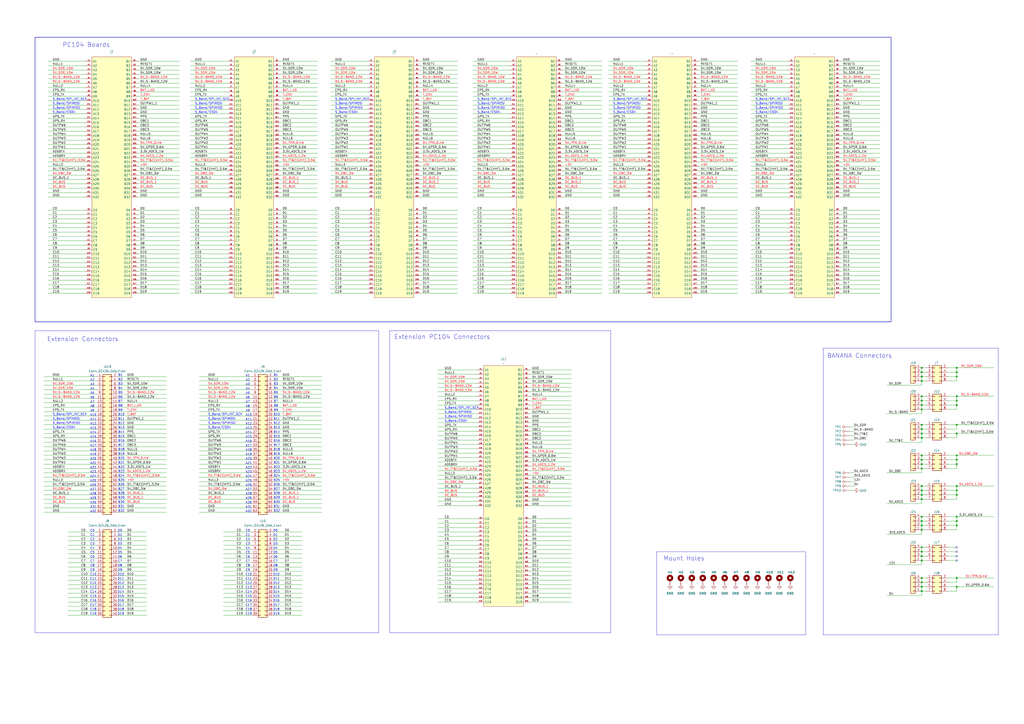
<source format=kicad_sch>
(kicad_sch (version 20250114) (generator "eeschema") (generator_version "9.0")
  (paper "A2")
  (title_block (title "Parus flat-sat") (date "2025-03-22") (rev "0.1") (company "NTUT/TASA"))
  (rectangle (start 20.32 191.77) (end 219.71 367.03))
  (rectangle (start 226.06 191.77) (end 354.33 367.03))
  (rectangle (start 381 320.04) (end 467.36 368.3))
  (rectangle (start 477.52 201.93) (end 579.12 368.3))
  (rectangle (start 20.32 21.59) (end 516.89 186.69) (stroke (width 0.254)))
  (text "A8" (at 143.764 235.712 0) (effects (font (size 1.27 1.27))))
  (text "C7" (at 69.596 325.628 0) (effects (font (size 1.27 1.27))))
  (text "D15" (at 70.104 345.948 0) (effects (font (size 1.27 1.27))))
  (text "B14" (at 160.528 250.698 0) (effects (font (size 1.27 1.27))))
  (text "D10" (at 70.104 333.248 0) (effects (font (size 1.27 1.27))))
  (text "B8" (at 69.85 235.458 0) (effects (font (size 1.27 1.27))))
  (text "B30" (at 160.528 291.338 0) (effects (font (size 1.27 1.27))))
  (text "D11" (at 160.274 335.788 0) (effects (font (size 1.27 1.27))))
  (text "A3" (at 53.594 223.012 0) (effects (font (size 1.27 1.27))))
  (text "A29" (at 54.102 289.052 0) (effects (font (size 1.27 1.27))))
  (text "A13" (at 144.272 248.412 0) (effects (font (size 1.27 1.27))))
  (text "B6" (at 160.02 230.378 0) (effects (font (size 1.27 1.27))))
  (text "B18" (at 70.358 260.858 0) (effects (font (size 1.27 1.27))))
  (text "C19" (at 54.102 356.108 0) (effects (font (size 1.27 1.27))))
  (text "A1" (at 143.764 217.932 0) (effects (font (size 1.27 1.27))))
  (text "C12" (at 54.102 338.328 0) (effects (font (size 1.27 1.27))))
  (text "C16" (at 54.102 348.488 0) (effects (font (size 1.27 1.27))))
  (text "A19" (at 144.272 263.652 0) (effects (font (size 1.27 1.27))))
  (text "B6" (at 69.85 230.378 0) (effects (font (size 1.27 1.27))))
  (text "B2" (at 160.02 220.218 0) (effects (font (size 1.27 1.27))))
  (text "A7" (at 53.594 233.172 0) (effects (font (size 1.27 1.27))))
  (text "C14" (at 144.272 343.408 0) (effects (font (size 1.27 1.27))))
  (text "A31" (at 54.102 294.132 0) (effects (font (size 1.27 1.27))))
  (text "A26" (at 144.272 281.432 0) (effects (font (size 1.27 1.27))))
  (text "D6" (at 69.596 323.088 0) (effects (font (size 1.27 1.27))))
  (text "C0" (at 143.764 307.848 0) (effects (font (size 1.27 1.27))))
  (text "A26" (at 54.102 281.432 0) (effects (font (size 1.27 1.27))))
  (text "B2" (at 69.85 220.218 0) (effects (font (size 1.27 1.27))))
  (text "A21" (at 54.102 268.732 0) (effects (font (size 1.27 1.27))))
  (text "B15" (at 160.528 253.238 0) (effects (font (size 1.27 1.27))))
  (text "B10" (at 160.528 240.538 0) (effects (font (size 1.27 1.27))))
  (text "B30" (at 70.358 291.338 0) (effects (font (size 1.27 1.27))))
  (text "Extension Connectors" (at 48.006 196.85 0) (effects (font (size 2.54 2.54))))
  (text "A11" (at 144.272 243.332 0) (effects (font (size 1.27 1.27))))
  (text "B12" (at 70.358 245.618 0) (effects (font (size 1.27 1.27))))
  (text "D2" (at 159.766 312.928 0) (effects (font (size 1.27 1.27))))
  (text "C18" (at 144.272 353.568 0) (effects (font (size 1.27 1.27))))
  (text "A21" (at 144.272 268.732 0) (effects (font (size 1.27 1.27))))
  (text "A17" (at 144.272 258.572 0) (effects (font (size 1.27 1.27))))
  (text "B21" (at 160.528 268.478 0) (effects (font (size 1.27 1.27))))
  (text "B3" (at 160.02 222.758 0) (effects (font (size 1.27 1.27))))
  (text "D2" (at 69.596 312.928 0) (effects (font (size 1.27 1.27))))
  (text "D0" (at 69.596 307.848 0) (effects (font (size 1.27 1.27))))
  (text "C18" (at 54.102 353.568 0) (effects (font (size 1.27 1.27))))
  (text "A30" (at 144.272 291.592 0) (effects (font (size 1.27 1.27))))
  (text "Extension PC104 Connectors" (at 256.54 195.58 0) (effects (font (size 2.54 2.54))))
  (text "B17" (at 160.528 258.318 0) (effects (font (size 1.27 1.27))))
  (text "B22" (at 70.358 271.018 0) (effects (font (size 1.27 1.27))))
  (text "C7" (at 159.766 325.628 0) (effects (font (size 1.27 1.27))))
  (text "B18" (at 160.528 260.858 0) (effects (font (size 1.27 1.27))))
  (text "B8" (at 160.02 235.458 0) (effects (font (size 1.27 1.27))))
  (text "B11" (at 160.528 243.078 0) (effects (font (size 1.27 1.27))))
  (text "B17" (at 70.358 258.318 0) (effects (font (size 1.27 1.27))))
  (text "B25" (at 160.528 278.638 0) (effects (font (size 1.27 1.27))))
  (text "C10" (at 54.102 333.248 0) (effects (font (size 1.27 1.27))))
  (text "C11" (at 54.102 335.788 0) (effects (font (size 1.27 1.27))))
  (text "D10" (at 160.274 333.248 0) (effects (font (size 1.27 1.27))))
  (text "B27" (at 70.358 283.718 0) (effects (font (size 1.27 1.27))))
  (text "D17" (at 70.104 351.028 0) (effects (font (size 1.27 1.27))))
  (text "B13" (at 70.358 248.158 0) (effects (font (size 1.27 1.27))))
  (text "A14" (at 144.272 250.952 0) (effects (font (size 1.27 1.27))))
  (text "C13" (at 54.102 340.868 0) (effects (font (size 1.27 1.27))))
  (text "D12" (at 70.104 338.328 0) (effects (font (size 1.27 1.27))))
  (text "C12" (at 144.272 338.328 0) (effects (font (size 1.27 1.27))))
  (text "B26" (at 160.528 281.178 0) (effects (font (size 1.27 1.27))))
  (text "A7" (at 143.764 233.172 0) (effects (font (size 1.27 1.27))))
  (text "B24" (at 160.528 276.098 0) (effects (font (size 1.27 1.27))))
  (text "B32" (at 70.358 296.418 0) (effects (font (size 1.27 1.27))))
  (text "D1" (at 69.596 310.388 0) (effects (font (size 1.27 1.27))))
  (text "A13" (at 54.102 248.412 0) (effects (font (size 1.27 1.27))))
  (text "A12" (at 54.102 245.872 0) (effects (font (size 1.27 1.27))))
  (text "C4" (at 143.764 318.008 0) (effects (font (size 1.27 1.27))))
  (text "A25" (at 144.272 278.892 0) (effects (font (size 1.27 1.27))))
  (text "B7" (at 69.85 232.918 0) (effects (font (size 1.27 1.27))))
  (text "B7" (at 160.02 232.918 0) (effects (font (size 1.27 1.27))))
  (text "A6" (at 53.594 230.632 0) (effects (font (size 1.27 1.27))))
  (text "C19" (at 144.272 356.108 0) (effects (font (size 1.27 1.27))))
  (text "B28" (at 70.358 286.258 0) (effects (font (size 1.27 1.27))))
  (text "B4" (at 160.02 225.298 0) (effects (font (size 1.27 1.27))))
  (text "D4" (at 159.766 318.008 0) (effects (font (size 1.27 1.27))))
  (text "A16" (at 54.102 256.032 0) (effects (font (size 1.27 1.27))))
  (text "BANANA Connectors" (at 498.602 206.502 0) (effects (font (size 2.54 2.54))))
  (text "B13" (at 160.528 248.158 0) (effects (font (size 1.27 1.27))))
  (text "D3" (at 159.766 315.468 0) (effects (font (size 1.27 1.27))))
  (text "C9" (at 53.594 330.708 0) (effects (font (size 1.27 1.27))))
  (text "A3" (at 143.764 223.012 0) (effects (font (size 1.27 1.27))))
  (text "D16" (at 70.104 348.488 0) (effects (font (size 1.27 1.27))))
  (text "A19" (at 54.102 263.652 0) (effects (font (size 1.27 1.27))))
  (text "A27" (at 144.272 283.972 0) (effects (font (size 1.27 1.27))))
  (text "C2" (at 53.594 312.928 0) (effects (font (size 1.27 1.27))))
  (text "B14" (at 70.358 250.698 0) (effects (font (size 1.27 1.27))))
  (text "B5" (at 69.85 227.838 0) (effects (font (size 1.27 1.27))))
  (text "D8" (at 159.766 328.168 0) (effects (font (size 1.27 1.27))))
  (text "D14" (at 160.274 343.408 0) (effects (font (size 1.27 1.27))))
  (text "C8" (at 143.764 328.168 0) (effects (font (size 1.27 1.27))))
  (text "C11" (at 144.272 335.788 0) (effects (font (size 1.27 1.27))))
  (text "B24" (at 70.358 276.098 0) (effects (font (size 1.27 1.27))))
  (text "A5" (at 53.594 228.092 0) (effects (font (size 1.27 1.27))))
  (text "A20" (at 144.272 266.192 0) (effects (font (size 1.27 1.27))))
  (text "A2" (at 53.594 220.472 0) (effects (font (size 1.27 1.27))))
  (text "D5" (at 69.596 320.548 0) (effects (font (size 1.27 1.27))))
  (text "C3" (at 143.764 315.468 0) (effects (font (size 1.27 1.27))))
  (text "D19" (at 160.274 356.108 0) (effects (font (size 1.27 1.27))))
  (text "B26" (at 70.358 281.178 0) (effects (font (size 1.27 1.27))))
  (text "C17" (at 144.272 351.028 0) (effects (font (size 1.27 1.27))))
  (text "A20" (at 54.102 266.192 0) (effects (font (size 1.27 1.27))))
  (text "A10" (at 54.102 240.792 0) (effects (font (size 1.27 1.27))))
  (text "C2" (at 143.764 312.928 0) (effects (font (size 1.27 1.27))))
  (text "A10" (at 144.272 240.792 0) (effects (font (size 1.27 1.27))))
  (text "D14" (at 70.104 343.408 0) (effects (font (size 1.27 1.27))))
  (text "D17" (at 160.274 351.028 0) (effects (font (size 1.27 1.27))))
  (text "C7" (at 53.594 325.628 0) (effects (font (size 1.27 1.27))))
  (text "A9" (at 143.764 238.252 0) (effects (font (size 1.27 1.27))))
  (text "A23" (at 54.102 273.812 0) (effects (font (size 1.27 1.27))))
  (text "C6" (at 53.594 323.088 0) (effects (font (size 1.27 1.27))))
  (text "B20" (at 160.528 265.938 0) (effects (font (size 1.27 1.27))))
  (text "A30" (at 54.102 291.592 0) (effects (font (size 1.27 1.27))))
  (text "A15" (at 54.102 253.492 0) (effects (font (size 1.27 1.27))))
  (text "A6" (at 143.764 230.632 0) (effects (font (size 1.27 1.27))))
  (text "C16" (at 144.272 348.488 0) (effects (font (size 1.27 1.27))))
  (text "C7" (at 143.764 325.628 0) (effects (font (size 1.27 1.27))))
  (text "D12" (at 160.274 338.328 0) (effects (font (size 1.27 1.27))))
  (text "D11" (at 70.104 335.788 0) (effects (font (size 1.27 1.27))))
  (text "A22" (at 54.102 271.272 0) (effects (font (size 1.27 1.27))))
  (text "A32" (at 144.272 296.672 0) (effects (font (size 1.27 1.27))))
  (text "C15" (at 54.102 345.948 0) (effects (font (size 1.27 1.27))))
  (text "C5" (at 53.594 320.548 0) (effects (font (size 1.27 1.27))))
  (text "D8" (at 69.596 328.168 0) (effects (font (size 1.27 1.27))))
  (text "D0" (at 159.766 307.848 0) (effects (font (size 1.27 1.27))))
  (text "A4" (at 143.764 225.552 0) (effects (font (size 1.27 1.27))))
  (text "D9" (at 159.766 330.708 0) (effects (font (size 1.27 1.27))))
  (text "D1" (at 159.766 310.388 0) (effects (font (size 1.27 1.27))))
  (text "B25" (at 70.358 278.638 0) (effects (font (size 1.27 1.27))))
  (text "C1" (at 143.764 310.388 0) (effects (font (size 1.27 1.27))))
  (text "B29" (at 70.358 288.798 0) (effects (font (size 1.27 1.27))))
  (text "A14" (at 54.102 250.952 0) (effects (font (size 1.27 1.27))))
  (text "B21" (at 70.358 268.478 0) (effects (font (size 1.27 1.27))))
  (text "A8" (at 53.594 235.712 0) (effects (font (size 1.27 1.27))))
  (text "D9" (at 69.596 330.708 0) (effects (font (size 1.27 1.27))))
  (text "A9" (at 53.594 238.252 0) (effects (font (size 1.27 1.27))))
  (text "B3" (at 69.85 222.758 0) (effects (font (size 1.27 1.27))))
  (text "A18" (at 54.102 261.112 0) (effects (font (size 1.27 1.27))))
  (text "C10" (at 144.272 333.248 0) (effects (font (size 1.27 1.27))))
  (text "A17" (at 54.102 258.572 0) (effects (font (size 1.27 1.27))))
  (text "C6" (at 143.764 323.088 0) (effects (font (size 1.27 1.27))))
  (text "C5" (at 143.764 320.548 0) (effects (font (size 1.27 1.27))))
  (text "Mount Holes" (at 396.748 324.104 0) (effects (font (size 2.54 2.54))))
  (text "A18" (at 144.272 261.112 0) (effects (font (size 1.27 1.27))))
  (text "B29" (at 160.528 288.798 0) (effects (font (size 1.27 1.27))))
  (text "B9" (at 69.85 237.998 0) (effects (font (size 1.27 1.27))))
  (text "PC104 Boards" (at 50.038 26.162 0) (effects (font (size 2.54 2.54))))
  (text "D18" (at 160.274 353.568 0) (effects (font (size 1.27 1.27))))
  (text "C1" (at 53.594 310.388 0) (effects (font (size 1.27 1.27))))
  (text "C8" (at 53.594 328.168 0) (effects (font (size 1.27 1.27))))
  (text "B23" (at 70.358 273.558 0) (effects (font (size 1.27 1.27))))
  (text "A29" (at 144.272 289.052 0) (effects (font (size 1.27 1.27))))
  (text "C3" (at 53.594 315.468 0) (effects (font (size 1.27 1.27))))
  (text "C17" (at 54.102 351.028 0) (effects (font (size 1.27 1.27))))
  (text "D6" (at 159.766 323.088 0) (effects (font (size 1.27 1.27))))
  (text "B27" (at 160.528 283.718 0) (effects (font (size 1.27 1.27))))
  (text "B28" (at 160.528 286.258 0) (effects (font (size 1.27 1.27))))
  (text "A25" (at 54.102 278.892 0) (effects (font (size 1.27 1.27))))
  (text "B12" (at 160.528 245.618 0) (effects (font (size 1.27 1.27))))
  (text "C15" (at 144.272 345.948 0) (effects (font (size 1.27 1.27))))
  (text "A2" (at 143.764 220.472 0) (effects (font (size 1.27 1.27))))
  (text "B5" (at 160.02 227.838 0) (effects (font (size 1.27 1.27))))
  (text "B10" (at 70.358 240.538 0) (effects (font (size 1.27 1.27))))
  (text "B16" (at 160.528 255.778 0) (effects (font (size 1.27 1.27))))
  (text "A1" (at 53.594 217.932 0) (effects (font (size 1.27 1.27))))
  (text "A22" (at 144.272 271.272 0) (effects (font (size 1.27 1.27))))
  (text "B19" (at 70.358 263.398 0) (effects (font (size 1.27 1.27))))
  (text "C14" (at 54.102 343.408 0) (effects (font (size 1.27 1.27))))
  (text "D13" (at 160.274 340.868 0) (effects (font (size 1.27 1.27))))
  (text "B9" (at 160.02 237.998 0) (effects (font (size 1.27 1.27))))
  (text "B32" (at 160.528 296.418 0) (effects (font (size 1.27 1.27))))
  (text "D3" (at 69.596 315.468 0) (effects (font (size 1.27 1.27))))
  (text "A12" (at 144.272 245.872 0) (effects (font (size 1.27 1.27))))
  (text "A24" (at 54.102 276.352 0) (effects (font (size 1.27 1.27))))
  (text "A28" (at 144.272 286.512 0) (effects (font (size 1.27 1.27))))
  (text "B1" (at 69.85 217.678 0) (effects (font (size 1.27 1.27))))
  (text "B15" (at 70.358 253.238 0) (effects (font (size 1.27 1.27))))
  (text "B31" (at 160.528 293.878 0) (effects (font (size 1.27 1.27))))
  (text "D18" (at 70.104 353.568 0) (effects (font (size 1.27 1.27))))
  (text "B11" (at 70.358 243.078 0) (effects (font (size 1.27 1.27))))
  (text "A23" (at 144.272 273.812 0) (effects (font (size 1.27 1.27))))
  (text "B23" (at 160.528 273.558 0) (effects (font (size 1.27 1.27))))
  (text "B16" (at 70.358 255.778 0) (effects (font (size 1.27 1.27))))
  (text "C13" (at 144.272 340.868 0) (effects (font (size 1.27 1.27))))
  (text "B4" (at 69.85 225.298 0) (effects (font (size 1.27 1.27))))
  (text "D19" (at 70.104 356.108 0) (effects (font (size 1.27 1.27))))
  (text "D4" (at 69.596 318.008 0) (effects (font (size 1.27 1.27))))
  (text "A24" (at 144.272 276.352 0) (effects (font (size 1.27 1.27))))
  (text "B19" (at 160.528 263.398 0) (effects (font (size 1.27 1.27))))
  (text "A28" (at 54.102 286.512 0) (effects (font (size 1.27 1.27))))
  (text "C9" (at 143.764 330.708 0) (effects (font (size 1.27 1.27))))
  (text "D15" (at 160.274 345.948 0) (effects (font (size 1.27 1.27))))
  (text "A27" (at 54.102 283.972 0) (effects (font (size 1.27 1.27))))
  (text "A32" (at 54.102 296.672 0) (effects (font (size 1.27 1.27))))
  (text "A15" (at 144.272 253.492 0) (effects (font (size 1.27 1.27))))
  (text "B1" (at 160.02 217.678 0) (effects (font (size 1.27 1.27))))
  (text "C0" (at 53.594 307.848 0) (effects (font (size 1.27 1.27))))
  (text "B22" (at 160.528 271.018 0) (effects (font (size 1.27 1.27))))
  (text "D5" (at 159.766 320.548 0) (effects (font (size 1.27 1.27))))
  (text "D13" (at 70.104 340.868 0) (effects (font (size 1.27 1.27))))
  (text "C4" (at 53.594 318.008 0) (effects (font (size 1.27 1.27))))
  (text "D16" (at 160.274 348.488 0) (effects (font (size 1.27 1.27))))
  (text "A5" (at 143.764 228.092 0) (effects (font (size 1.27 1.27))))
  (text "A11" (at 54.102 243.332 0) (effects (font (size 1.27 1.27))))
  (text "B31" (at 70.358 293.878 0) (effects (font (size 1.27 1.27))))
  (text "A4" (at 53.594 225.552 0) (effects (font (size 1.27 1.27))))
  (text "A31" (at 144.272 294.132 0) (effects (font (size 1.27 1.27))))
  (text "A16" (at 144.272 256.032 0) (effects (font (size 1.27 1.27))))
  (text "B20" (at 70.358 265.938 0) (effects (font (size 1.27 1.27))))
  (junction (at 534.67 269.24))
  (junction (at 554.99 335.28))
  (junction (at 534.67 302.26))
  (junction (at 554.99 251.46))
  (junction (at 534.67 248.92))
  (junction (at 534.67 325.12))
  (junction (at 534.67 251.46))
  (junction (at 534.67 299.72))
  (junction (at 534.67 320.04))
  (junction (at 534.67 317.5))
  (junction (at 554.99 246.38))
  (junction (at 534.67 215.9))
  (junction (at 534.67 281.94))
  (junction (at 534.67 335.28))
  (junction (at 534.67 213.36))
  (junction (at 534.67 266.7))
  (junction (at 554.99 215.9))
  (junction (at 554.99 234.95))
  (junction (at 554.99 284.48))
  (junction (at 534.67 322.58))
  (junction (at 554.99 218.44))
  (junction (at 554.99 281.94))
  (junction (at 534.67 220.98))
  (junction (at 554.99 266.7))
  (junction (at 534.67 337.82))
  (junction (at 534.67 229.87))
  (junction (at 534.67 264.16))
  (junction (at 534.67 304.8))
  (junction (at 554.99 213.36))
  (junction (at 554.99 304.8))
  (junction (at 554.99 229.87))
  (junction (at 534.67 284.48))
  (junction (at 534.67 218.44))
  (junction (at 534.67 246.38))
  (junction (at 554.99 232.41))
  (junction (at 534.67 234.95))
  (junction (at 534.67 289.56))
  (junction (at 554.99 264.16))
  (junction (at 534.67 237.49))
  (junction (at 554.99 302.26))
  (junction (at 534.67 307.34))
  (junction (at 534.67 342.9))
  (junction (at 554.99 340.36))
  (junction (at 534.67 287.02))
  (junction (at 534.67 254))
  (junction (at 554.99 299.72))
  (junction (at 534.67 232.41))
  (junction (at 554.99 287.02))
  (junction (at 534.67 271.78))
  (junction (at 554.99 269.24))
  (junction (at 534.67 340.36))
  (no_connect (at 554.99 322.58))
  (no_connect (at 554.99 317.5))
  (no_connect (at 554.99 325.12))
  (no_connect (at 554.99 320.04))
  (wire (pts (xy 353.06 68.58) (xy 374.65 68.58)))
  (wire (pts (xy 243.84 93.98) (xy 265.43 93.98)))
  (wire (pts (xy 243.84 53.34) (xy 265.43 53.34)))
  (wire (pts (xy 243.84 58.42) (xy 265.43 58.42)))
  (wire (pts (xy 110.49 149.86) (xy 132.08 149.86)))
  (wire (pts (xy 191.77 121.92) (xy 213.36 121.92)))
  (wire (pts (xy 243.84 149.86) (xy 265.43 149.86)))
  (wire (pts (xy 435.61 104.14) (xy 457.2 104.14)))
  (wire (pts (xy 274.32 48.26) (xy 295.91 48.26)))
  (wire (pts (xy 68.58 294.64) (xy 96.52 294.64)))
  (wire (pts (xy 254 219.71) (xy 276.86 219.71)))
  (wire (pts (xy 353.06 83.82) (xy 374.65 83.82)))
  (wire (pts (xy 554.99 271.78) (xy 554.99 269.24)))
  (wire (pts (xy 243.84 137.16) (xy 265.43 137.16)))
  (wire (pts (xy 254 270.51) (xy 276.86 270.51)))
  (wire (pts (xy 307.34 252.73) (xy 331.47 252.73)))
  (wire (pts (xy 435.61 162.56) (xy 457.2 162.56)))
  (wire (pts (xy 243.84 78.74) (xy 265.43 78.74)))
  (wire (pts (xy 405.13 132.08) (xy 427.99 132.08)))
  (wire (pts (xy 435.61 45.72) (xy 457.2 45.72)))
  (wire (pts (xy 435.61 106.68) (xy 457.2 106.68)))
  (wire (pts (xy 158.75 259.08) (xy 186.69 259.08)))
  (wire (pts (xy 307.34 270.51) (xy 331.47 270.51)))
  (wire (pts (xy 110.49 109.22) (xy 132.08 109.22)))
  (wire (pts (xy 162.56 127) (xy 184.15 127)))
  (wire (pts (xy 158.75 248.92) (xy 186.69 248.92)))
  (wire (pts (xy 353.06 111.76) (xy 374.65 111.76)))
  (wire (pts (xy 534.67 256.54) (xy 534.67 254)))
  (wire (pts (xy 27.94 73.66) (xy 49.53 73.66)))
  (wire (pts (xy 405.13 76.2) (xy 427.99 76.2)))
  (wire (pts (xy 80.01 129.54) (xy 104.14 129.54)))
  (wire (pts (xy 80.01 167.64) (xy 104.14 167.64)))
  (wire (pts (xy 68.58 243.84) (xy 96.52 243.84)))
  (wire (pts (xy 158.75 344.17) (xy 175.26 344.17)))
  (wire (pts (xy 115.57 271.78) (xy 146.05 271.78)))
  (wire (pts (xy 191.77 134.62) (xy 213.36 134.62)))
  (wire (pts (xy 68.58 241.3) (xy 96.52 241.3)))
  (wire (pts (xy 487.68 170.18) (xy 510.54 170.18)))
  (wire (pts (xy 27.94 99.06) (xy 49.53 99.06)))
  (wire (pts (xy 80.01 88.9) (xy 104.14 88.9)))
  (wire (pts (xy 68.58 233.68) (xy 96.52 233.68)))
  (wire (pts (xy 243.84 134.62) (xy 265.43 134.62)))
  (wire (pts (xy 158.75 220.98) (xy 186.69 220.98)))
  (wire (pts (xy 435.61 167.64) (xy 457.2 167.64)))
  (wire (pts (xy 243.84 147.32) (xy 265.43 147.32)))
  (wire (pts (xy 254 341.63) (xy 276.86 341.63)))
  (wire (pts (xy 307.34 283.21) (xy 331.47 283.21)))
  (wire (pts (xy 307.34 234.95) (xy 331.47 234.95)))
  (wire (pts (xy 549.91 215.9) (xy 554.99 215.9)))
  (wire (pts (xy 191.77 96.52) (xy 213.36 96.52)))
  (wire (pts (xy 405.13 104.14) (xy 427.99 104.14)))
  (wire (pts (xy 27.94 104.14) (xy 49.53 104.14)))
  (wire (pts (xy 514.35 223.52) (xy 534.67 223.52)))
  (wire (pts (xy 326.39 81.28) (xy 349.25 81.28)))
  (wire (pts (xy 549.91 266.7) (xy 554.99 266.7)))
  (wire (pts (xy 254 247.65) (xy 276.86 247.65)))
  (wire (pts (xy 274.32 167.64) (xy 295.91 167.64)))
  (wire (pts (xy 162.56 76.2) (xy 184.15 76.2)))
  (wire (pts (xy 115.57 274.32) (xy 146.05 274.32)))
  (wire (pts (xy 254 323.85) (xy 276.86 323.85)))
  (wire (pts (xy 158.75 223.52) (xy 186.69 223.52)))
  (wire (pts (xy 326.39 53.34) (xy 349.25 53.34)))
  (wire (pts (xy 158.75 297.18) (xy 186.69 297.18)))
  (wire (pts (xy 487.68 152.4) (xy 510.54 152.4)))
  (wire (pts (xy 68.58 256.54) (xy 96.52 256.54)))
  (wire (pts (xy 435.61 40.64) (xy 457.2 40.64)))
  (wire (pts (xy 110.49 124.46) (xy 132.08 124.46)))
  (wire (pts (xy 554.99 284.48) (xy 554.99 281.94)))
  (wire (pts (xy 326.39 104.14) (xy 349.25 104.14)))
  (wire (pts (xy 435.61 132.08) (xy 457.2 132.08)))
  (wire (pts (xy 534.67 325.12) (xy 534.67 322.58)))
  (wire (pts (xy 27.94 106.68) (xy 49.53 106.68)))
  (wire (pts (xy 39.37 339.09) (xy 55.88 339.09)))
  (wire (pts (xy 405.13 170.18) (xy 427.99 170.18)))
  (wire (pts (xy 534.67 337.82) (xy 537.21 337.82)))
  (wire (pts (xy 243.84 142.24) (xy 265.43 142.24)))
  (wire (pts (xy 274.32 35.56) (xy 295.91 35.56)))
  (wire (pts (xy 27.94 165.1) (xy 49.53 165.1)))
  (wire (pts (xy 39.37 308.61) (xy 55.88 308.61)))
  (wire (pts (xy 80.01 144.78) (xy 104.14 144.78)))
  (wire (pts (xy 243.84 45.72) (xy 265.43 45.72)))
  (wire (pts (xy 68.58 226.06) (xy 96.52 226.06)))
  (wire (pts (xy 274.32 114.3) (xy 295.91 114.3)))
  (wire (pts (xy 534.67 327.66) (xy 534.67 325.12)))
  (wire (pts (xy 487.68 83.82) (xy 510.54 83.82)))
  (wire (pts (xy 110.49 91.44) (xy 132.08 91.44)))
  (wire (pts (xy 534.67 251.46) (xy 537.21 251.46)))
  (wire (pts (xy 191.77 58.42) (xy 213.36 58.42)))
  (wire (pts (xy 405.13 96.52) (xy 427.99 96.52)))
  (wire (pts (xy 27.94 38.1) (xy 49.53 38.1)))
  (wire (pts (xy 435.61 48.26) (xy 457.2 48.26)))
  (wire (pts (xy 435.61 152.4) (xy 457.2 152.4)))
  (wire (pts (xy 534.67 218.44) (xy 537.21 218.44)))
  (wire (pts (xy 554.99 246.38) (xy 576.58 246.38)))
  (wire (pts (xy 495.3 281.94) (xy 492.76 281.94)))
  (wire (pts (xy 353.06 43.18) (xy 374.65 43.18)))
  (wire (pts (xy 68.58 328.93) (xy 85.09 328.93)))
  (wire (pts (xy 307.34 316.23) (xy 331.47 316.23)))
  (wire (pts (xy 162.56 109.22) (xy 184.15 109.22)))
  (wire (pts (xy 191.77 160.02) (xy 213.36 160.02)))
  (wire (pts (xy 80.01 83.82) (xy 104.14 83.82)))
  (wire (pts (xy 191.77 68.58) (xy 213.36 68.58)))
  (wire (pts (xy 435.61 154.94) (xy 457.2 154.94)))
  (wire (pts (xy 110.49 38.1) (xy 132.08 38.1)))
  (wire (pts (xy 243.84 91.44) (xy 265.43 91.44)))
  (wire (pts (xy 243.84 144.78) (xy 265.43 144.78)))
  (wire (pts (xy 39.37 321.31) (xy 55.88 321.31)))
  (wire (pts (xy 274.32 109.22) (xy 295.91 109.22)))
  (wire (pts (xy 68.58 339.09) (xy 85.09 339.09)))
  (wire (pts (xy 110.49 73.66) (xy 132.08 73.66)))
  (wire (pts (xy 534.67 220.98) (xy 534.67 223.52)))
  (wire (pts (xy 254 313.69) (xy 276.86 313.69)))
  (wire (pts (xy 534.67 254) (xy 534.67 251.46)))
  (wire (pts (xy 158.75 318.77) (xy 175.26 318.77)))
  (wire (pts (xy 534.67 266.7) (xy 537.21 266.7)))
  (wire (pts (xy 487.68 129.54) (xy 510.54 129.54)))
  (wire (pts (xy 405.13 142.24) (xy 427.99 142.24)))
  (wire (pts (xy 80.01 73.66) (xy 104.14 73.66)))
  (wire (pts (xy 326.39 78.74) (xy 349.25 78.74)))
  (wire (pts (xy 326.39 152.4) (xy 349.25 152.4)))
  (wire (pts (xy 110.49 63.5) (xy 132.08 63.5)))
  (wire (pts (xy 435.61 55.88) (xy 457.2 55.88)))
  (wire (pts (xy 191.77 157.48) (xy 213.36 157.48)))
  (wire (pts (xy 254 275.59) (xy 276.86 275.59)))
  (wire (pts (xy 158.75 313.69) (xy 175.26 313.69)))
  (wire (pts (xy 537.21 271.78) (xy 534.67 271.78)))
  (wire (pts (xy 487.68 137.16) (xy 510.54 137.16)))
  (wire (pts (xy 487.68 154.94) (xy 510.54 154.94)))
  (wire (pts (xy 80.01 114.3) (xy 104.14 114.3)))
  (wire (pts (xy 191.77 88.9) (xy 213.36 88.9)))
  (wire (pts (xy 534.67 335.28) (xy 537.21 335.28)))
  (wire (pts (xy 80.01 86.36) (xy 104.14 86.36)))
  (wire (pts (xy 243.84 60.96) (xy 265.43 60.96)))
  (wire (pts (xy 162.56 134.62) (xy 184.15 134.62)))
  (wire (pts (xy 435.61 93.98) (xy 457.2 93.98)))
  (wire (pts (xy 326.39 149.86) (xy 349.25 149.86)))
  (wire (pts (xy 110.49 162.56) (xy 132.08 162.56)))
  (wire (pts (xy 162.56 88.9) (xy 184.15 88.9)))
  (wire (pts (xy 162.56 132.08) (xy 184.15 132.08)))
  (wire (pts (xy 254 326.39) (xy 276.86 326.39)))
  (wire (pts (xy 158.75 287.02) (xy 186.69 287.02)))
  (wire (pts (xy 326.39 73.66) (xy 349.25 73.66)))
  (wire (pts (xy 487.68 111.76) (xy 510.54 111.76)))
  (wire (pts (xy 405.13 93.98) (xy 427.99 93.98)))
  (wire (pts (xy 554.99 299.72) (xy 576.58 299.72)))
  (wire (pts (xy 162.56 124.46) (xy 184.15 124.46)))
  (wire (pts (xy 68.58 311.15) (xy 85.09 311.15)))
  (wire (pts (xy 495.3 276.86) (xy 492.76 276.86)))
  (wire (pts (xy 68.58 318.77) (xy 85.09 318.77)))
  (wire (pts (xy 110.49 106.68) (xy 132.08 106.68)))
  (wire (pts (xy 254 217.17) (xy 276.86 217.17)))
  (wire (pts (xy 68.58 281.94) (xy 96.52 281.94)))
  (wire (pts (xy 254 344.17) (xy 276.86 344.17)))
  (wire (pts (xy 162.56 104.14) (xy 184.15 104.14)))
  (wire (pts (xy 115.57 226.06) (xy 146.05 226.06)))
  (wire (pts (xy 115.57 256.54) (xy 146.05 256.54)))
  (wire (pts (xy 243.84 43.18) (xy 265.43 43.18)))
  (wire (pts (xy 326.39 167.64) (xy 349.25 167.64)))
  (wire (pts (xy 110.49 127) (xy 132.08 127)))
  (wire (pts (xy 353.06 45.72) (xy 374.65 45.72)))
  (wire (pts (xy 326.39 121.92) (xy 349.25 121.92)))
  (wire (pts (xy 158.75 271.78) (xy 186.69 271.78)))
  (wire (pts (xy 326.39 38.1) (xy 349.25 38.1)))
  (wire (pts (xy 254 232.41) (xy 276.86 232.41)))
  (wire (pts (xy 487.68 127) (xy 510.54 127)))
  (wire (pts (xy 243.84 111.76) (xy 265.43 111.76)))
  (wire (pts (xy 534.67 232.41) (xy 534.67 229.87)))
  (wire (pts (xy 162.56 101.6) (xy 184.15 101.6)))
  (wire (pts (xy 162.56 147.32) (xy 184.15 147.32)))
  (wire (pts (xy 549.91 218.44) (xy 554.99 218.44)))
  (wire (pts (xy 110.49 167.64) (xy 132.08 167.64)))
  (wire (pts (xy 534.67 337.82) (xy 534.67 335.28)))
  (wire (pts (xy 68.58 236.22) (xy 96.52 236.22)))
  (wire (pts (xy 80.01 137.16) (xy 104.14 137.16)))
  (wire (pts (xy 80.01 96.52) (xy 104.14 96.52)))
  (wire (pts (xy 191.77 71.12) (xy 213.36 71.12)))
  (wire (pts (xy 68.58 276.86) (xy 96.52 276.86)))
  (wire (pts (xy 554.99 266.7) (xy 554.99 264.16)))
  (wire (pts (xy 115.57 287.02) (xy 146.05 287.02)))
  (wire (pts (xy 158.75 323.85) (xy 175.26 323.85)))
  (wire (pts (xy 534.67 322.58) (xy 534.67 320.04)))
  (wire (pts (xy 307.34 331.47) (xy 331.47 331.47)))
  (wire (pts (xy 158.75 326.39) (xy 175.26 326.39)))
  (wire (pts (xy 353.06 157.48) (xy 374.65 157.48)))
  (wire (pts (xy 243.84 167.64) (xy 265.43 167.64)))
  (wire (pts (xy 405.13 137.16) (xy 427.99 137.16)))
  (wire (pts (xy 162.56 167.64) (xy 184.15 167.64)))
  (wire (pts (xy 68.58 248.92) (xy 96.52 248.92)))
  (wire (pts (xy 549.91 237.49) (xy 554.99 237.49)))
  (wire (pts (xy 405.13 154.94) (xy 427.99 154.94)))
  (wire (pts (xy 110.49 160.02) (xy 132.08 160.02)))
  (wire (pts (xy 534.67 215.9) (xy 537.21 215.9)))
  (wire (pts (xy 554.99 218.44) (xy 554.99 215.9)))
  (wire (pts (xy 27.94 127) (xy 49.53 127)))
  (wire (pts (xy 326.39 35.56) (xy 349.25 35.56)))
  (wire (pts (xy 405.13 86.36) (xy 427.99 86.36)))
  (wire (pts (xy 549.91 340.36) (xy 554.99 340.36)))
  (wire (pts (xy 554.99 213.36) (xy 576.58 213.36)))
  (wire (pts (xy 158.75 321.31) (xy 175.26 321.31)))
  (wire (pts (xy 405.13 121.92) (xy 427.99 121.92)))
  (wire (pts (xy 307.34 321.31) (xy 331.47 321.31)))
  (wire (pts (xy 307.34 336.55) (xy 331.47 336.55)))
  (wire (pts (xy 39.37 336.55) (xy 55.88 336.55)))
  (wire (pts (xy 326.39 101.6) (xy 349.25 101.6)))
  (wire (pts (xy 158.75 276.86) (xy 186.69 276.86)))
  (wire (pts (xy 435.61 78.74) (xy 457.2 78.74)))
  (wire (pts (xy 162.56 154.94) (xy 184.15 154.94)))
  (wire (pts (xy 80.01 53.34) (xy 104.14 53.34)))
  (wire (pts (xy 274.32 88.9) (xy 295.91 88.9)))
  (wire (pts (xy 243.84 121.92) (xy 265.43 121.92)))
  (wire (pts (xy 25.4 274.32) (xy 55.88 274.32)))
  (wire (pts (xy 158.75 294.64) (xy 186.69 294.64)))
  (wire (pts (xy 534.67 304.8) (xy 537.21 304.8)))
  (wire (pts (xy 405.13 160.02) (xy 427.99 160.02)))
  (wire (pts (xy 115.57 261.62) (xy 146.05 261.62)))
  (wire (pts (xy 549.91 299.72) (xy 554.99 299.72)))
  (wire (pts (xy 158.75 292.1) (xy 186.69 292.1)))
  (wire (pts (xy 243.84 96.52) (xy 265.43 96.52)))
  (wire (pts (xy 307.34 341.63) (xy 331.47 341.63)))
  (wire (pts (xy 162.56 144.78) (xy 184.15 144.78)))
  (wire (pts (xy 27.94 60.96) (xy 49.53 60.96)))
  (wire (pts (xy 554.99 335.28) (xy 576.58 335.28)))
  (wire (pts (xy 191.77 132.08) (xy 213.36 132.08)))
  (wire (pts (xy 495.3 279.4) (xy 492.76 279.4)))
  (wire (pts (xy 243.84 162.56) (xy 265.43 162.56)))
  (wire (pts (xy 110.49 60.96) (xy 132.08 60.96)))
  (wire (pts (xy 162.56 83.82) (xy 184.15 83.82)))
  (wire (pts (xy 68.58 228.6) (xy 96.52 228.6)))
  (wire (pts (xy 191.77 99.06) (xy 213.36 99.06)))
  (wire (pts (xy 254 252.73) (xy 276.86 252.73)))
  (wire (pts (xy 307.34 275.59) (xy 331.47 275.59)))
  (wire (pts (xy 435.61 127) (xy 457.2 127)))
  (wire (pts (xy 110.49 71.12) (xy 132.08 71.12)))
  (wire (pts (xy 495.3 257.81) (xy 492.76 257.81)))
  (wire (pts (xy 353.06 144.78) (xy 374.65 144.78)))
  (wire (pts (xy 353.06 170.18) (xy 374.65 170.18)))
  (wire (pts (xy 27.94 109.22) (xy 49.53 109.22)))
  (wire (pts (xy 115.57 269.24) (xy 146.05 269.24)))
  (wire (pts (xy 27.94 81.28) (xy 49.53 81.28)))
  (wire (pts (xy 353.06 129.54) (xy 374.65 129.54)))
  (wire (pts (xy 254 214.63) (xy 276.86 214.63)))
  (wire (pts (xy 307.34 300.99) (xy 331.47 300.99)))
  (wire (pts (xy 534.67 292.1) (xy 534.67 289.56)))
  (wire (pts (xy 326.39 43.18) (xy 349.25 43.18)))
  (wire (pts (xy 274.32 38.1) (xy 295.91 38.1)))
  (wire (pts (xy 274.32 40.64) (xy 295.91 40.64)))
  (wire (pts (xy 435.61 114.3) (xy 457.2 114.3)))
  (wire (pts (xy 405.13 134.62) (xy 427.99 134.62)))
  (wire (pts (xy 158.75 356.87) (xy 175.26 356.87)))
  (wire (pts (xy 191.77 63.5) (xy 213.36 63.5)))
  (wire (pts (xy 405.13 68.58) (xy 427.99 68.58)))
  (wire (pts (xy 68.58 292.1) (xy 96.52 292.1)))
  (wire (pts (xy 274.32 83.82) (xy 295.91 83.82)))
  (wire (pts (xy 274.32 63.5) (xy 295.91 63.5)))
  (wire (pts (xy 27.94 78.74) (xy 49.53 78.74)))
  (wire (pts (xy 162.56 149.86) (xy 184.15 149.86)))
  (wire (pts (xy 191.77 35.56) (xy 213.36 35.56)))
  (wire (pts (xy 115.57 238.76) (xy 146.05 238.76)))
  (wire (pts (xy 353.06 160.02) (xy 374.65 160.02)))
  (wire (pts (xy 326.39 106.68) (xy 349.25 106.68)))
  (wire (pts (xy 243.84 157.48) (xy 265.43 157.48)))
  (wire (pts (xy 326.39 147.32) (xy 349.25 147.32)))
  (wire (pts (xy 162.56 68.58) (xy 184.15 68.58)))
  (wire (pts (xy 110.49 134.62) (xy 132.08 134.62)))
  (wire (pts (xy 405.13 43.18) (xy 427.99 43.18)))
  (wire (pts (xy 110.49 35.56) (xy 132.08 35.56)))
  (wire (pts (xy 326.39 114.3) (xy 349.25 114.3)))
  (wire (pts (xy 274.32 66.04) (xy 295.91 66.04)))
  (wire (pts (xy 80.01 38.1) (xy 104.14 38.1)))
  (wire (pts (xy 435.61 66.04) (xy 457.2 66.04)))
  (wire (pts (xy 254 306.07) (xy 276.86 306.07)))
  (wire (pts (xy 487.68 60.96) (xy 510.54 60.96)))
  (wire (pts (xy 27.94 101.6) (xy 49.53 101.6)))
  (wire (pts (xy 27.94 35.56) (xy 49.53 35.56)))
  (wire (pts (xy 405.13 45.72) (xy 427.99 45.72)))
  (wire (pts (xy 254 308.61) (xy 276.86 308.61)))
  (wire (pts (xy 435.61 129.54) (xy 457.2 129.54)))
  (wire (pts (xy 68.58 274.32) (xy 96.52 274.32)))
  (wire (pts (xy 405.13 63.5) (xy 427.99 63.5)))
  (wire (pts (xy 495.3 255.27) (xy 492.76 255.27)))
  (wire (pts (xy 405.13 66.04) (xy 427.99 66.04)))
  (wire (pts (xy 254 224.79) (xy 276.86 224.79)))
  (wire (pts (xy 110.49 83.82) (xy 132.08 83.82)))
  (wire (pts (xy 326.39 86.36) (xy 349.25 86.36)))
  (wire (pts (xy 25.4 264.16) (xy 55.88 264.16)))
  (wire (pts (xy 191.77 142.24) (xy 213.36 142.24)))
  (wire (pts (xy 254 267.97) (xy 276.86 267.97)))
  (wire (pts (xy 549.91 287.02) (xy 554.99 287.02)))
  (wire (pts (xy 80.01 43.18) (xy 104.14 43.18)))
  (wire (pts (xy 243.84 55.88) (xy 265.43 55.88)))
  (wire (pts (xy 405.13 60.96) (xy 427.99 60.96)))
  (wire (pts (xy 435.61 96.52) (xy 457.2 96.52)))
  (wire (pts (xy 68.58 344.17) (xy 85.09 344.17)))
  (wire (pts (xy 487.68 73.66) (xy 510.54 73.66)))
  (wire (pts (xy 158.75 334.01) (xy 175.26 334.01)))
  (wire (pts (xy 110.49 68.58) (xy 132.08 68.58)))
  (wire (pts (xy 307.34 339.09) (xy 331.47 339.09)))
  (wire (pts (xy 68.58 279.4) (xy 96.52 279.4)))
  (wire (pts (xy 158.75 243.84) (xy 186.69 243.84)))
  (wire (pts (xy 158.75 228.6) (xy 186.69 228.6)))
  (wire (pts (xy 158.75 311.15) (xy 175.26 311.15)))
  (wire (pts (xy 129.54 326.39) (xy 146.05 326.39)))
  (wire (pts (xy 162.56 60.96) (xy 184.15 60.96)))
  (wire (pts (xy 80.01 127) (xy 104.14 127)))
  (wire (pts (xy 495.3 250.19) (xy 492.76 250.19)))
  (wire (pts (xy 39.37 344.17) (xy 55.88 344.17)))
  (wire (pts (xy 549.91 229.87) (xy 554.99 229.87)))
  (wire (pts (xy 487.68 101.6) (xy 510.54 101.6)))
  (wire (pts (xy 326.39 124.46) (xy 349.25 124.46)))
  (wire (pts (xy 274.32 149.86) (xy 295.91 149.86)))
  (wire (pts (xy 162.56 71.12) (xy 184.15 71.12)))
  (wire (pts (xy 25.4 218.44) (xy 55.88 218.44)))
  (wire (pts (xy 274.32 50.8) (xy 295.91 50.8)))
  (wire (pts (xy 435.61 91.44) (xy 457.2 91.44)))
  (wire (pts (xy 326.39 55.88) (xy 349.25 55.88)))
  (wire (pts (xy 534.67 251.46) (xy 534.67 248.92)))
  (wire (pts (xy 435.61 71.12) (xy 457.2 71.12)))
  (wire (pts (xy 326.39 68.58) (xy 349.25 68.58)))
  (wire (pts (xy 554.99 232.41) (xy 554.99 229.87)))
  (wire (pts (xy 554.99 248.92) (xy 554.99 246.38)))
  (wire (pts (xy 537.21 307.34) (xy 534.67 307.34)))
  (wire (pts (xy 27.94 129.54) (xy 49.53 129.54)))
  (wire (pts (xy 405.13 149.86) (xy 427.99 149.86)))
  (wire (pts (xy 162.56 91.44) (xy 184.15 91.44)))
  (wire (pts (xy 80.01 109.22) (xy 104.14 109.22)))
  (wire (pts (xy 27.94 142.24) (xy 49.53 142.24)))
  (wire (pts (xy 27.94 58.42) (xy 49.53 58.42)))
  (wire (pts (xy 191.77 101.6) (xy 213.36 101.6)))
  (wire (pts (xy 534.67 342.9) (xy 534.67 345.44)))
  (wire (pts (xy 243.84 152.4) (xy 265.43 152.4)))
  (wire (pts (xy 537.21 220.98) (xy 534.67 220.98)))
  (wire (pts (xy 27.94 68.58) (xy 49.53 68.58)))
  (wire (pts (xy 554.99 215.9) (xy 554.99 213.36)))
  (wire (pts (xy 243.84 35.56) (xy 265.43 35.56)))
  (wire (pts (xy 68.58 326.39) (xy 85.09 326.39)))
  (wire (pts (xy 80.01 111.76) (xy 104.14 111.76)))
  (wire (pts (xy 307.34 328.93) (xy 331.47 328.93)))
  (wire (pts (xy 326.39 109.22) (xy 349.25 109.22)))
  (wire (pts (xy 27.94 66.04) (xy 49.53 66.04)))
  (wire (pts (xy 243.84 63.5) (xy 265.43 63.5)))
  (wire (pts (xy 405.13 53.34) (xy 427.99 53.34)))
  (wire (pts (xy 405.13 139.7) (xy 427.99 139.7)))
  (wire (pts (xy 68.58 323.85) (xy 85.09 323.85)))
  (wire (pts (xy 487.68 157.48) (xy 510.54 157.48)))
  (wire (pts (xy 487.68 78.74) (xy 510.54 78.74)))
  (wire (pts (xy 162.56 78.74) (xy 184.15 78.74)))
  (wire (pts (xy 514.35 256.54) (xy 534.67 256.54)))
  (wire (pts (xy 25.4 271.78) (xy 55.88 271.78)))
  (wire (pts (xy 110.49 86.36) (xy 132.08 86.36)))
  (wire (pts (xy 435.61 43.18) (xy 457.2 43.18)))
  (wire (pts (xy 554.99 234.95) (xy 554.99 232.41)))
  (wire (pts (xy 353.06 88.9) (xy 374.65 88.9)))
  (wire (pts (xy 487.68 132.08) (xy 510.54 132.08)))
  (wire (pts (xy 326.39 71.12) (xy 349.25 71.12)))
  (wire (pts (xy 158.75 336.55) (xy 175.26 336.55)))
  (wire (pts (xy 307.34 278.13) (xy 331.47 278.13)))
  (wire (pts (xy 27.94 160.02) (xy 49.53 160.02)))
  (wire (pts (xy 162.56 43.18) (xy 184.15 43.18)))
  (wire (pts (xy 487.68 109.22) (xy 510.54 109.22)))
  (wire (pts (xy 274.32 127) (xy 295.91 127)))
  (wire (pts (xy 549.91 304.8) (xy 554.99 304.8)))
  (wire (pts (xy 162.56 121.92) (xy 184.15 121.92)))
  (wire (pts (xy 68.58 271.78) (xy 96.52 271.78)))
  (wire (pts (xy 353.06 99.06) (xy 374.65 99.06)))
  (wire (pts (xy 487.68 68.58) (xy 510.54 68.58)))
  (wire (pts (xy 162.56 81.28) (xy 184.15 81.28)))
  (wire (pts (xy 80.01 134.62) (xy 104.14 134.62)))
  (wire (pts (xy 110.49 132.08) (xy 132.08 132.08)))
  (wire (pts (xy 353.06 167.64) (xy 374.65 167.64)))
  (wire (pts (xy 110.49 48.26) (xy 132.08 48.26)))
  (wire (pts (xy 326.39 93.98) (xy 349.25 93.98)))
  (wire (pts (xy 129.54 346.71) (xy 146.05 346.71)))
  (wire (pts (xy 274.32 154.94) (xy 295.91 154.94)))
  (wire (pts (xy 405.13 111.76) (xy 427.99 111.76)))
  (wire (pts (xy 129.54 339.09) (xy 146.05 339.09)))
  (wire (pts (xy 549.91 302.26) (xy 554.99 302.26)))
  (wire (pts (xy 243.84 83.82) (xy 265.43 83.82)))
  (wire (pts (xy 243.84 160.02) (xy 265.43 160.02)))
  (wire (pts (xy 307.34 237.49) (xy 331.47 237.49)))
  (wire (pts (xy 158.75 236.22) (xy 186.69 236.22)))
  (wire (pts (xy 191.77 149.86) (xy 213.36 149.86)))
  (wire (pts (xy 435.61 99.06) (xy 457.2 99.06)))
  (wire (pts (xy 274.32 104.14) (xy 295.91 104.14)))
  (wire (pts (xy 162.56 35.56) (xy 184.15 35.56)))
  (wire (pts (xy 80.01 160.02) (xy 104.14 160.02)))
  (wire (pts (xy 353.06 50.8) (xy 374.65 50.8)))
  (wire (pts (xy 162.56 162.56) (xy 184.15 162.56)))
  (wire (pts (xy 534.67 237.49) (xy 534.67 234.95)))
  (wire (pts (xy 353.06 106.68) (xy 374.65 106.68)))
  (wire (pts (xy 25.4 238.76) (xy 55.88 238.76)))
  (wire (pts (xy 487.68 144.78) (xy 510.54 144.78)))
  (wire (pts (xy 80.01 81.28) (xy 104.14 81.28)))
  (wire (pts (xy 243.84 86.36) (xy 265.43 86.36)))
  (wire (pts (xy 191.77 83.82) (xy 213.36 83.82)))
  (wire (pts (xy 243.84 170.18) (xy 265.43 170.18)))
  (wire (pts (xy 243.84 48.26) (xy 265.43 48.26)))
  (wire (pts (xy 243.84 109.22) (xy 265.43 109.22)))
  (wire (pts (xy 191.77 139.7) (xy 213.36 139.7)))
  (wire (pts (xy 68.58 251.46) (xy 96.52 251.46)))
  (wire (pts (xy 487.68 43.18) (xy 510.54 43.18)))
  (wire (pts (xy 25.4 259.08) (xy 55.88 259.08)))
  (wire (pts (xy 39.37 328.93) (xy 55.88 328.93)))
  (wire (pts (xy 158.75 226.06) (xy 186.69 226.06)))
  (wire (pts (xy 435.61 38.1) (xy 457.2 38.1)))
  (wire (pts (xy 326.39 160.02) (xy 349.25 160.02)))
  (wire (pts (xy 274.32 93.98) (xy 295.91 93.98)))
  (wire (pts (xy 435.61 149.86) (xy 457.2 149.86)))
  (wire (pts (xy 353.06 104.14) (xy 374.65 104.14)))
  (wire (pts (xy 27.94 124.46) (xy 49.53 124.46)))
  (wire (pts (xy 162.56 38.1) (xy 184.15 38.1)))
  (wire (pts (xy 487.68 91.44) (xy 510.54 91.44)))
  (wire (pts (xy 353.06 162.56) (xy 374.65 162.56)))
  (wire (pts (xy 25.4 254) (xy 55.88 254)))
  (wire (pts (xy 254 339.09) (xy 276.86 339.09)))
  (wire (pts (xy 405.13 106.68) (xy 427.99 106.68)))
  (wire (pts (xy 110.49 88.9) (xy 132.08 88.9)))
  (wire (pts (xy 487.68 124.46) (xy 510.54 124.46)))
  (wire (pts (xy 243.84 129.54) (xy 265.43 129.54)))
  (wire (pts (xy 129.54 336.55) (xy 146.05 336.55)))
  (wire (pts (xy 534.67 232.41) (xy 537.21 232.41)))
  (wire (pts (xy 326.39 142.24) (xy 349.25 142.24)))
  (wire (pts (xy 274.32 142.24) (xy 295.91 142.24)))
  (wire (pts (xy 158.75 281.94) (xy 186.69 281.94)))
  (wire (pts (xy 307.34 290.83) (xy 331.47 290.83)))
  (wire (pts (xy 110.49 129.54) (xy 132.08 129.54)))
  (wire (pts (xy 39.37 313.69) (xy 55.88 313.69)))
  (wire (pts (xy 110.49 114.3) (xy 132.08 114.3)))
  (wire (pts (xy 162.56 53.34) (xy 184.15 53.34)))
  (wire (pts (xy 80.01 68.58) (xy 104.14 68.58)))
  (wire (pts (xy 534.67 246.38) (xy 537.21 246.38)))
  (wire (pts (xy 254 250.19) (xy 276.86 250.19)))
  (wire (pts (xy 191.77 38.1) (xy 213.36 38.1)))
  (wire (pts (xy 353.06 149.86) (xy 374.65 149.86)))
  (wire (pts (xy 307.34 293.37) (xy 331.47 293.37)))
  (wire (pts (xy 27.94 83.82) (xy 49.53 83.82)))
  (wire (pts (xy 158.75 331.47) (xy 175.26 331.47)))
  (wire (pts (xy 254 300.99) (xy 276.86 300.99)))
  (wire (pts (xy 27.94 53.34) (xy 49.53 53.34)))
  (wire (pts (xy 25.4 266.7) (xy 55.88 266.7)))
  (wire (pts (xy 254 285.75) (xy 276.86 285.75)))
  (wire (pts (xy 274.32 111.76) (xy 295.91 111.76)))
  (wire (pts (xy 162.56 157.48) (xy 184.15 157.48)))
  (wire (pts (xy 534.67 215.9) (xy 534.67 213.36)))
  (wire (pts (xy 27.94 121.92) (xy 49.53 121.92)))
  (wire (pts (xy 274.32 170.18) (xy 295.91 170.18)))
  (wire (pts (xy 405.13 109.22) (xy 427.99 109.22)))
  (wire (pts (xy 549.91 337.82) (xy 554.99 337.82)))
  (wire (pts (xy 191.77 48.26) (xy 213.36 48.26)))
  (wire (pts (xy 110.49 55.88) (xy 132.08 55.88)))
  (wire (pts (xy 27.94 45.72) (xy 49.53 45.72)))
  (wire (pts (xy 68.58 297.18) (xy 96.52 297.18)))
  (wire (pts (xy 495.3 274.32) (xy 492.76 274.32)))
  (wire (pts (xy 68.58 246.38) (xy 96.52 246.38)))
  (wire (pts (xy 80.01 55.88) (xy 104.14 55.88)))
  (wire (pts (xy 68.58 316.23) (xy 85.09 316.23)))
  (wire (pts (xy 326.39 66.04) (xy 349.25 66.04)))
  (wire (pts (xy 243.84 73.66) (xy 265.43 73.66)))
  (wire (pts (xy 534.67 299.72) (xy 537.21 299.72)))
  (wire (pts (xy 110.49 139.7) (xy 132.08 139.7)))
  (wire (pts (xy 162.56 86.36) (xy 184.15 86.36)))
  (wire (pts (xy 307.34 323.85) (xy 331.47 323.85)))
  (wire (pts (xy 554.99 269.24) (xy 554.99 266.7)))
  (wire (pts (xy 162.56 152.4) (xy 184.15 152.4)))
  (wire (pts (xy 243.84 124.46) (xy 265.43 124.46)))
  (wire (pts (xy 534.67 317.5) (xy 537.21 317.5)))
  (wire (pts (xy 487.68 96.52) (xy 510.54 96.52)))
  (wire (pts (xy 68.58 346.71) (xy 85.09 346.71)))
  (wire (pts (xy 274.32 137.16) (xy 295.91 137.16)))
  (wire (pts (xy 487.68 76.2) (xy 510.54 76.2)))
  (wire (pts (xy 243.84 132.08) (xy 265.43 132.08)))
  (wire (pts (xy 307.34 229.87) (xy 331.47 229.87)))
  (wire (pts (xy 129.54 334.01) (xy 146.05 334.01)))
  (wire (pts (xy 495.3 252.73) (xy 492.76 252.73)))
  (wire (pts (xy 534.67 340.36) (xy 534.67 337.82)))
  (wire (pts (xy 254 334.01) (xy 276.86 334.01)))
  (wire (pts (xy 80.01 104.14) (xy 104.14 104.14)))
  (wire (pts (xy 353.06 154.94) (xy 374.65 154.94)))
  (wire (pts (xy 25.4 284.48) (xy 55.88 284.48)))
  (wire (pts (xy 254 222.25) (xy 276.86 222.25)))
  (wire (pts (xy 191.77 81.28) (xy 213.36 81.28)))
  (wire (pts (xy 534.67 287.02) (xy 537.21 287.02)))
  (wire (pts (xy 353.06 73.66) (xy 374.65 73.66)))
  (wire (pts (xy 435.61 134.62) (xy 457.2 134.62)))
  (wire (pts (xy 68.58 349.25) (xy 85.09 349.25)))
  (wire (pts (xy 274.32 76.2) (xy 295.91 76.2)))
  (wire (pts (xy 307.34 222.25) (xy 331.47 222.25)))
  (wire (pts (xy 405.13 101.6) (xy 427.99 101.6)))
  (wire (pts (xy 514.35 274.32) (xy 534.67 274.32)))
  (wire (pts (xy 353.06 91.44) (xy 374.65 91.44)))
  (wire (pts (xy 110.49 93.98) (xy 132.08 93.98)))
  (wire (pts (xy 27.94 134.62) (xy 49.53 134.62)))
  (wire (pts (xy 80.01 91.44) (xy 104.14 91.44)))
  (wire (pts (xy 274.32 124.46) (xy 295.91 124.46)))
  (wire (pts (xy 162.56 63.5) (xy 184.15 63.5)))
  (wire (pts (xy 68.58 223.52) (xy 96.52 223.52)))
  (wire (pts (xy 129.54 351.79) (xy 146.05 351.79)))
  (wire (pts (xy 353.06 109.22) (xy 374.65 109.22)))
  (wire (pts (xy 405.13 73.66) (xy 427.99 73.66)))
  (wire (pts (xy 353.06 101.6) (xy 374.65 101.6)))
  (wire (pts (xy 435.61 124.46) (xy 457.2 124.46)))
  (wire (pts (xy 110.49 81.28) (xy 132.08 81.28)))
  (wire (pts (xy 307.34 265.43) (xy 331.47 265.43)))
  (wire (pts (xy 326.39 99.06) (xy 349.25 99.06)))
  (wire (pts (xy 405.13 71.12) (xy 427.99 71.12)))
  (wire (pts (xy 129.54 341.63) (xy 146.05 341.63)))
  (wire (pts (xy 353.06 76.2) (xy 374.65 76.2)))
  (wire (pts (xy 307.34 288.29) (xy 331.47 288.29)))
  (wire (pts (xy 25.4 256.54) (xy 55.88 256.54)))
  (wire (pts (xy 307.34 326.39) (xy 331.47 326.39)))
  (wire (pts (xy 25.4 294.64) (xy 55.88 294.64)))
  (wire (pts (xy 353.06 55.88) (xy 374.65 55.88)))
  (wire (pts (xy 129.54 318.77) (xy 146.05 318.77)))
  (wire (pts (xy 487.68 160.02) (xy 510.54 160.02)))
  (wire (pts (xy 129.54 323.85) (xy 146.05 323.85)))
  (wire (pts (xy 25.4 289.56) (xy 55.88 289.56)))
  (wire (pts (xy 495.3 247.65) (xy 492.76 247.65)))
  (wire (pts (xy 534.67 320.04) (xy 534.67 317.5)))
  (wire (pts (xy 435.61 109.22) (xy 457.2 109.22)))
  (wire (pts (xy 254 242.57) (xy 276.86 242.57)))
  (wire (pts (xy 80.01 132.08) (xy 104.14 132.08)))
  (wire (pts (xy 405.13 114.3) (xy 427.99 114.3)))
  (wire (pts (xy 158.75 233.68) (xy 186.69 233.68)))
  (wire (pts (xy 554.99 340.36) (xy 576.58 340.36)))
  (wire (pts (xy 158.75 346.71) (xy 175.26 346.71)))
  (wire (pts (xy 549.91 335.28) (xy 554.99 335.28)))
  (wire (pts (xy 549.91 232.41) (xy 554.99 232.41)))
  (wire (pts (xy 129.54 354.33) (xy 146.05 354.33)))
  (wire (pts (xy 353.06 48.26) (xy 374.65 48.26)))
  (wire (pts (xy 487.68 121.92) (xy 510.54 121.92)))
  (wire (pts (xy 534.67 322.58) (xy 537.21 322.58)))
  (wire (pts (xy 487.68 81.28) (xy 510.54 81.28)))
  (wire (pts (xy 534.67 320.04) (xy 537.21 320.04)))
  (wire (pts (xy 25.4 246.38) (xy 55.88 246.38)))
  (wire (pts (xy 435.61 121.92) (xy 457.2 121.92)))
  (wire (pts (xy 405.13 35.56) (xy 427.99 35.56)))
  (wire (pts (xy 307.34 217.17) (xy 331.47 217.17)))
  (wire (pts (xy 129.54 311.15) (xy 146.05 311.15)))
  (wire (pts (xy 405.13 55.88) (xy 427.99 55.88)))
  (wire (pts (xy 191.77 111.76) (xy 213.36 111.76)))
  (wire (pts (xy 243.84 81.28) (xy 265.43 81.28)))
  (wire (pts (xy 25.4 279.4) (xy 55.88 279.4)))
  (wire (pts (xy 115.57 279.4) (xy 146.05 279.4)))
  (wire (pts (xy 129.54 316.23) (xy 146.05 316.23)))
  (wire (pts (xy 326.39 63.5) (xy 349.25 63.5)))
  (wire (pts (xy 326.39 40.64) (xy 349.25 40.64)))
  (wire (pts (xy 326.39 45.72) (xy 349.25 45.72)))
  (wire (pts (xy 353.06 35.56) (xy 374.65 35.56)))
  (wire (pts (xy 307.34 285.75) (xy 331.47 285.75)))
  (wire (pts (xy 326.39 134.62) (xy 349.25 134.62)))
  (wire (pts (xy 129.54 331.47) (xy 146.05 331.47)))
  (wire (pts (xy 254 290.83) (xy 276.86 290.83)))
  (wire (pts (xy 405.13 124.46) (xy 427.99 124.46)))
  (wire (pts (xy 110.49 45.72) (xy 132.08 45.72)))
  (wire (pts (xy 254 234.95) (xy 276.86 234.95)))
  (wire (pts (xy 39.37 318.77) (xy 55.88 318.77)))
  (wire (pts (xy 353.06 86.36) (xy 374.65 86.36)))
  (wire (pts (xy 326.39 91.44) (xy 349.25 91.44)))
  (wire (pts (xy 68.58 259.08) (xy 96.52 259.08)))
  (wire (pts (xy 25.4 223.52) (xy 55.88 223.52)))
  (wire (pts (xy 158.75 274.32) (xy 186.69 274.32)))
  (wire (pts (xy 68.58 218.44) (xy 96.52 218.44)))
  (wire (pts (xy 115.57 259.08) (xy 146.05 259.08)))
  (wire (pts (xy 158.75 351.79) (xy 175.26 351.79)))
  (wire (pts (xy 549.91 269.24) (xy 554.99 269.24)))
  (wire (pts (xy 549.91 264.16) (xy 554.99 264.16)))
  (wire (pts (xy 158.75 238.76) (xy 186.69 238.76)))
  (wire (pts (xy 405.13 78.74) (xy 427.99 78.74)))
  (wire (pts (xy 110.49 152.4) (xy 132.08 152.4)))
  (wire (pts (xy 274.32 165.1) (xy 295.91 165.1)))
  (wire (pts (xy 254 283.21) (xy 276.86 283.21)))
  (wire (pts (xy 487.68 35.56) (xy 510.54 35.56)))
  (wire (pts (xy 115.57 228.6) (xy 146.05 228.6)))
  (wire (pts (xy 405.13 167.64) (xy 427.99 167.64)))
  (wire (pts (xy 115.57 297.18) (xy 146.05 297.18)))
  (wire (pts (xy 435.61 58.42) (xy 457.2 58.42)))
  (wire (pts (xy 80.01 71.12) (xy 104.14 71.12)))
  (wire (pts (xy 243.84 104.14) (xy 265.43 104.14)))
  (wire (pts (xy 115.57 248.92) (xy 146.05 248.92)))
  (wire (pts (xy 80.01 157.48) (xy 104.14 157.48)))
  (wire (pts (xy 274.32 99.06) (xy 295.91 99.06)))
  (wire (pts (xy 353.06 71.12) (xy 374.65 71.12)))
  (wire (pts (xy 487.68 40.64) (xy 510.54 40.64)))
  (wire (pts (xy 534.67 302.26) (xy 534.67 299.72)))
  (wire (pts (xy 534.67 234.95) (xy 534.67 232.41)))
  (wire (pts (xy 80.01 152.4) (xy 104.14 152.4)))
  (wire (pts (xy 25.4 228.6) (xy 55.88 228.6)))
  (wire (pts (xy 549.91 342.9) (xy 554.99 342.9)))
  (wire (pts (xy 254 265.43) (xy 276.86 265.43)))
  (wire (pts (xy 110.49 137.16) (xy 132.08 137.16)))
  (wire (pts (xy 534.67 281.94) (xy 537.21 281.94)))
  (wire (pts (xy 80.01 142.24) (xy 104.14 142.24)))
  (wire (pts (xy 326.39 162.56) (xy 349.25 162.56)))
  (wire (pts (xy 435.61 81.28) (xy 457.2 81.28)))
  (wire (pts (xy 158.75 264.16) (xy 186.69 264.16)))
  (wire (pts (xy 80.01 93.98) (xy 104.14 93.98)))
  (wire (pts (xy 129.54 308.61) (xy 146.05 308.61)))
  (wire (pts (xy 80.01 60.96) (xy 104.14 60.96)))
  (wire (pts (xy 534.67 287.02) (xy 534.67 284.48)))
  (wire (pts (xy 353.06 66.04) (xy 374.65 66.04)))
  (wire (pts (xy 110.49 96.52) (xy 132.08 96.52)))
  (wire (pts (xy 254 293.37) (xy 276.86 293.37)))
  (wire (pts (xy 191.77 76.2) (xy 213.36 76.2)))
  (wire (pts (xy 68.58 331.47) (xy 85.09 331.47)))
  (wire (pts (xy 27.94 144.78) (xy 49.53 144.78)))
  (wire (pts (xy 25.4 243.84) (xy 55.88 243.84)))
  (wire (pts (xy 554.99 304.8) (xy 554.99 302.26)))
  (wire (pts (xy 39.37 356.87) (xy 55.88 356.87)))
  (wire (pts (xy 162.56 129.54) (xy 184.15 129.54)))
  (wire (pts (xy 39.37 326.39) (xy 55.88 326.39)))
  (wire (pts (xy 435.61 88.9) (xy 457.2 88.9)))
  (wire (pts (xy 326.39 48.26) (xy 349.25 48.26)))
  (wire (pts (xy 254 229.87) (xy 276.86 229.87)))
  (wire (pts (xy 534.67 248.92) (xy 534.67 246.38)))
  (wire (pts (xy 435.61 165.1) (xy 457.2 165.1)))
  (wire (pts (xy 27.94 50.8) (xy 49.53 50.8)))
  (wire (pts (xy 534.67 266.7) (xy 534.67 264.16)))
  (wire (pts (xy 158.75 316.23) (xy 175.26 316.23)))
  (wire (pts (xy 25.4 276.86) (xy 55.88 276.86)))
  (wire (pts (xy 514.35 327.66) (xy 534.67 327.66)))
  (wire (pts (xy 326.39 170.18) (xy 349.25 170.18)))
  (wire (pts (xy 435.61 73.66) (xy 457.2 73.66)))
  (wire (pts (xy 435.61 86.36) (xy 457.2 86.36)))
  (wire (pts (xy 25.4 241.3) (xy 55.88 241.3)))
  (wire (pts (xy 80.01 78.74) (xy 104.14 78.74)))
  (wire (pts (xy 274.32 55.88) (xy 295.91 55.88)))
  (wire (pts (xy 487.68 134.62) (xy 510.54 134.62)))
  (wire (pts (xy 353.06 96.52) (xy 374.65 96.52)))
  (wire (pts (xy 158.75 261.62) (xy 186.69 261.62)))
  (wire (pts (xy 27.94 139.7) (xy 49.53 139.7)))
  (wire (pts (xy 27.94 91.44) (xy 49.53 91.44)))
  (wire (pts (xy 80.01 101.6) (xy 104.14 101.6)))
  (wire (pts (xy 115.57 246.38) (xy 146.05 246.38)))
  (wire (pts (xy 191.77 45.72) (xy 213.36 45.72)))
  (wire (pts (xy 534.67 340.36) (xy 537.21 340.36)))
  (wire (pts (xy 534.67 229.87) (xy 537.21 229.87)))
  (wire (pts (xy 254 262.89) (xy 276.86 262.89)))
  (wire (pts (xy 254 260.35) (xy 276.86 260.35)))
  (wire (pts (xy 39.37 323.85) (xy 55.88 323.85)))
  (wire (pts (xy 405.13 127) (xy 427.99 127)))
  (wire (pts (xy 115.57 236.22) (xy 146.05 236.22)))
  (wire (pts (xy 534.67 284.48) (xy 537.21 284.48)))
  (wire (pts (xy 162.56 66.04) (xy 184.15 66.04)))
  (wire (pts (xy 27.94 63.5) (xy 49.53 63.5)))
  (wire (pts (xy 162.56 106.68) (xy 184.15 106.68)))
  (wire (pts (xy 110.49 40.64) (xy 132.08 40.64)))
  (wire (pts (xy 487.68 53.34) (xy 510.54 53.34)))
  (wire (pts (xy 115.57 266.7) (xy 146.05 266.7)))
  (wire (pts (xy 68.58 313.69) (xy 85.09 313.69)))
  (wire (pts (xy 129.54 321.31) (xy 146.05 321.31)))
  (wire (pts (xy 68.58 284.48) (xy 96.52 284.48)))
  (wire (pts (xy 534.67 220.98) (xy 534.67 218.44)))
  (wire (pts (xy 39.37 341.63) (xy 55.88 341.63)))
  (wire (pts (xy 191.77 162.56) (xy 213.36 162.56)))
  (wire (pts (xy 110.49 144.78) (xy 132.08 144.78)))
  (wire (pts (xy 435.61 68.58) (xy 457.2 68.58)))
  (wire (pts (xy 115.57 289.56) (xy 146.05 289.56)))
  (wire (pts (xy 495.3 284.48) (xy 492.76 284.48)))
  (wire (pts (xy 254 318.77) (xy 276.86 318.77)))
  (wire (pts (xy 162.56 73.66) (xy 184.15 73.66)))
  (wire (pts (xy 487.68 45.72) (xy 510.54 45.72)))
  (wire (pts (xy 554.99 337.82) (xy 554.99 335.28)))
  (wire (pts (xy 27.94 88.9) (xy 49.53 88.9)))
  (wire (pts (xy 110.49 157.48) (xy 132.08 157.48)))
  (wire (pts (xy 435.61 160.02) (xy 457.2 160.02)))
  (wire (pts (xy 487.68 142.24) (xy 510.54 142.24)))
  (wire (pts (xy 307.34 255.27) (xy 331.47 255.27)))
  (wire (pts (xy 254 280.67) (xy 276.86 280.67)))
  (wire (pts (xy 191.77 106.68) (xy 213.36 106.68)))
  (wire (pts (xy 80.01 147.32) (xy 104.14 147.32)))
  (wire (pts (xy 80.01 124.46) (xy 104.14 124.46)))
  (wire (pts (xy 307.34 306.07) (xy 331.47 306.07)))
  (wire (pts (xy 25.4 226.06) (xy 55.88 226.06)))
  (wire (pts (xy 326.39 50.8) (xy 349.25 50.8)))
  (wire (pts (xy 80.01 66.04) (xy 104.14 66.04)))
  (wire (pts (xy 537.21 325.12) (xy 534.67 325.12)))
  (wire (pts (xy 435.61 101.6) (xy 457.2 101.6)))
  (wire (pts (xy 25.4 236.22) (xy 55.88 236.22)))
  (wire (pts (xy 115.57 254) (xy 146.05 254)))
  (wire (pts (xy 115.57 284.48) (xy 146.05 284.48)))
  (wire (pts (xy 274.32 134.62) (xy 295.91 134.62)))
  (wire (pts (xy 25.4 292.1) (xy 55.88 292.1)))
  (wire (pts (xy 534.67 213.36) (xy 537.21 213.36)))
  (wire (pts (xy 274.32 106.68) (xy 295.91 106.68)))
  (wire (pts (xy 80.01 99.06) (xy 104.14 99.06)))
  (wire (pts (xy 549.91 251.46) (xy 554.99 251.46)))
  (wire (pts (xy 243.84 139.7) (xy 265.43 139.7)))
  (wire (pts (xy 68.58 289.56) (xy 96.52 289.56)))
  (wire (pts (xy 27.94 157.48) (xy 49.53 157.48)))
  (wire (pts (xy 274.32 73.66) (xy 295.91 73.66)))
  (wire (pts (xy 405.13 58.42) (xy 427.99 58.42)))
  (wire (pts (xy 243.84 88.9) (xy 265.43 88.9)))
  (wire (pts (xy 405.13 38.1) (xy 427.99 38.1)))
  (wire (pts (xy 39.37 316.23) (xy 55.88 316.23)))
  (wire (pts (xy 68.58 287.02) (xy 96.52 287.02)))
  (wire (pts (xy 534.67 289.56) (xy 534.67 287.02)))
  (wire (pts (xy 80.01 45.72) (xy 104.14 45.72)))
  (wire (pts (xy 405.13 152.4) (xy 427.99 152.4)))
  (wire (pts (xy 487.68 71.12) (xy 510.54 71.12)))
  (wire (pts (xy 307.34 240.03) (xy 331.47 240.03)))
  (wire (pts (xy 353.06 38.1) (xy 374.65 38.1)))
  (wire (pts (xy 158.75 284.48) (xy 186.69 284.48)))
  (wire (pts (xy 534.67 237.49) (xy 534.67 240.03)))
  (wire (pts (xy 549.91 325.12) (xy 554.99 325.12)))
  (wire (pts (xy 405.13 81.28) (xy 427.99 81.28)))
  (wire (pts (xy 110.49 50.8) (xy 132.08 50.8)))
  (wire (pts (xy 110.49 43.18) (xy 132.08 43.18)))
  (wire (pts (xy 554.99 281.94) (xy 576.58 281.94)))
  (wire (pts (xy 68.58 356.87) (xy 85.09 356.87)))
  (wire (pts (xy 326.39 132.08) (xy 349.25 132.08)))
  (wire (pts (xy 68.58 264.16) (xy 96.52 264.16)))
  (wire (pts (xy 27.94 71.12) (xy 49.53 71.12)))
  (wire (pts (xy 534.67 304.8) (xy 534.67 302.26)))
  (wire (pts (xy 487.68 63.5) (xy 510.54 63.5)))
  (wire (pts (xy 549.91 307.34) (xy 554.99 307.34)))
  (wire (pts (xy 158.75 231.14) (xy 186.69 231.14)))
  (wire (pts (xy 110.49 121.92) (xy 132.08 121.92)))
  (wire (pts (xy 191.77 86.36) (xy 213.36 86.36)))
  (wire (pts (xy 243.84 114.3) (xy 265.43 114.3)))
  (wire (pts (xy 554.99 254) (xy 554.99 251.46)))
  (wire (pts (xy 326.39 154.94) (xy 349.25 154.94)))
  (wire (pts (xy 115.57 220.98) (xy 146.05 220.98)))
  (wire (pts (xy 110.49 101.6) (xy 132.08 101.6)))
  (wire (pts (xy 27.94 114.3) (xy 49.53 114.3)))
  (wire (pts (xy 68.58 354.33) (xy 85.09 354.33)))
  (wire (pts (xy 115.57 264.16) (xy 146.05 264.16)))
  (wire (pts (xy 487.68 93.98) (xy 510.54 93.98)))
  (wire (pts (xy 405.13 99.06) (xy 427.99 99.06)))
  (wire (pts (xy 80.01 76.2) (xy 104.14 76.2)))
  (wire (pts (xy 435.61 157.48) (xy 457.2 157.48)))
  (wire (pts (xy 158.75 251.46) (xy 186.69 251.46)))
  (wire (pts (xy 435.61 139.7) (xy 457.2 139.7)))
  (wire (pts (xy 274.32 139.7) (xy 295.91 139.7)))
  (wire (pts (xy 27.94 40.64) (xy 49.53 40.64)))
  (wire (pts (xy 537.21 254) (xy 534.67 254)))
  (wire (pts (xy 191.77 129.54) (xy 213.36 129.54)))
  (wire (pts (xy 487.68 66.04) (xy 510.54 66.04)))
  (wire (pts (xy 243.84 68.58) (xy 265.43 68.58)))
  (wire (pts (xy 158.75 254) (xy 186.69 254)))
  (wire (pts (xy 27.94 96.52) (xy 49.53 96.52)))
  (wire (pts (xy 129.54 328.93) (xy 146.05 328.93)))
  (wire (pts (xy 158.75 308.61) (xy 175.26 308.61)))
  (wire (pts (xy 307.34 232.41) (xy 331.47 232.41)))
  (wire (pts (xy 274.32 43.18) (xy 295.91 43.18)))
  (wire (pts (xy 80.01 58.42) (xy 104.14 58.42)))
  (wire (pts (xy 487.68 149.86) (xy 510.54 149.86)))
  (wire (pts (xy 487.68 48.26) (xy 510.54 48.26)))
  (wire (pts (xy 191.77 165.1) (xy 213.36 165.1)))
  (wire (pts (xy 158.75 241.3) (xy 186.69 241.3)))
  (wire (pts (xy 191.77 154.94) (xy 213.36 154.94)))
  (wire (pts (xy 307.34 334.01) (xy 331.47 334.01)))
  (wire (pts (xy 274.32 160.02) (xy 295.91 160.02)))
  (wire (pts (xy 191.77 109.22) (xy 213.36 109.22)))
  (wire (pts (xy 435.61 170.18) (xy 457.2 170.18)))
  (wire (pts (xy 274.32 68.58) (xy 295.91 68.58)))
  (wire (pts (xy 353.06 147.32) (xy 374.65 147.32)))
  (wire (pts (xy 162.56 55.88) (xy 184.15 55.88)))
  (wire (pts (xy 115.57 251.46) (xy 146.05 251.46)))
  (wire (pts (xy 25.4 281.94) (xy 55.88 281.94)))
  (wire (pts (xy 27.94 149.86) (xy 49.53 149.86)))
  (wire (pts (xy 162.56 142.24) (xy 184.15 142.24)))
  (wire (pts (xy 534.67 307.34) (xy 534.67 304.8)))
  (wire (pts (xy 115.57 276.86) (xy 146.05 276.86)))
  (wire (pts (xy 405.13 88.9) (xy 427.99 88.9)))
  (wire (pts (xy 353.06 134.62) (xy 374.65 134.62)))
  (wire (pts (xy 243.84 50.8) (xy 265.43 50.8)))
  (wire (pts (xy 191.77 104.14) (xy 213.36 104.14)))
  (wire (pts (xy 554.99 302.26) (xy 554.99 299.72)))
  (wire (pts (xy 158.75 339.09) (xy 175.26 339.09)))
  (wire (pts (xy 307.34 262.89) (xy 331.47 262.89)))
  (wire (pts (xy 353.06 78.74) (xy 374.65 78.74)))
  (wire (pts (xy 158.75 349.25) (xy 175.26 349.25)))
  (wire (pts (xy 307.34 267.97) (xy 331.47 267.97)))
  (wire (pts (xy 549.91 234.95) (xy 554.99 234.95)))
  (wire (pts (xy 326.39 76.2) (xy 349.25 76.2)))
  (wire (pts (xy 534.67 269.24) (xy 537.21 269.24)))
  (wire (pts (xy 435.61 50.8) (xy 457.2 50.8)))
  (wire (pts (xy 191.77 127) (xy 213.36 127)))
  (wire (pts (xy 353.06 40.64) (xy 374.65 40.64)))
  (wire (pts (xy 274.32 129.54) (xy 295.91 129.54)))
  (wire (pts (xy 39.37 311.15) (xy 55.88 311.15)))
  (wire (pts (xy 243.84 101.6) (xy 265.43 101.6)))
  (wire (pts (xy 549.91 322.58) (xy 554.99 322.58)))
  (wire (pts (xy 487.68 38.1) (xy 510.54 38.1)))
  (wire (pts (xy 487.68 162.56) (xy 510.54 162.56)))
  (wire (pts (xy 307.34 308.61) (xy 331.47 308.61)))
  (wire (pts (xy 68.58 336.55) (xy 85.09 336.55)))
  (wire (pts (xy 435.61 53.34) (xy 457.2 53.34)))
  (wire (pts (xy 274.32 144.78) (xy 295.91 144.78)))
  (wire (pts (xy 254 257.81) (xy 276.86 257.81)))
  (wire (pts (xy 191.77 55.88) (xy 213.36 55.88)))
  (wire (pts (xy 162.56 114.3) (xy 184.15 114.3)))
  (wire (pts (xy 534.67 274.32) (xy 534.67 271.78)))
  (wire (pts (xy 274.32 78.74) (xy 295.91 78.74)))
  (wire (pts (xy 162.56 93.98) (xy 184.15 93.98)))
  (wire (pts (xy 27.94 152.4) (xy 49.53 152.4)))
  (wire (pts (xy 80.01 50.8) (xy 104.14 50.8)))
  (wire (pts (xy 191.77 170.18) (xy 213.36 170.18)))
  (wire (pts (xy 68.58 269.24) (xy 96.52 269.24)))
  (wire (pts (xy 162.56 160.02) (xy 184.15 160.02)))
  (wire (pts (xy 115.57 233.68) (xy 146.05 233.68)))
  (wire (pts (xy 27.94 48.26) (xy 49.53 48.26)))
  (wire (pts (xy 554.99 287.02) (xy 554.99 284.48)))
  (wire (pts (xy 115.57 292.1) (xy 146.05 292.1)))
  (wire (pts (xy 326.39 60.96) (xy 349.25 60.96)))
  (wire (pts (xy 39.37 351.79) (xy 55.88 351.79)))
  (wire (pts (xy 68.58 351.79) (xy 85.09 351.79)))
  (wire (pts (xy 326.39 88.9) (xy 349.25 88.9)))
  (wire (pts (xy 307.34 224.79) (xy 331.47 224.79)))
  (wire (pts (xy 534.67 271.78) (xy 534.67 269.24)))
  (wire (pts (xy 162.56 50.8) (xy 184.15 50.8)))
  (wire (pts (xy 254 346.71) (xy 276.86 346.71)))
  (wire (pts (xy 191.77 167.64) (xy 213.36 167.64)))
  (wire (pts (xy 115.57 241.3) (xy 146.05 241.3)))
  (wire (pts (xy 549.91 220.98) (xy 554.99 220.98)))
  (wire (pts (xy 307.34 257.81) (xy 331.47 257.81)))
  (wire (pts (xy 27.94 167.64) (xy 49.53 167.64)))
  (wire (pts (xy 405.13 129.54) (xy 427.99 129.54)))
  (wire (pts (xy 80.01 48.26) (xy 104.14 48.26)))
  (wire (pts (xy 537.21 342.9) (xy 534.67 342.9)))
  (wire (pts (xy 274.32 152.4) (xy 295.91 152.4)))
  (wire (pts (xy 243.84 154.94) (xy 265.43 154.94)))
  (wire (pts (xy 25.4 287.02) (xy 55.88 287.02)))
  (wire (pts (xy 243.84 40.64) (xy 265.43 40.64)))
  (wire (pts (xy 435.61 137.16) (xy 457.2 137.16)))
  (wire (pts (xy 353.06 132.08) (xy 374.65 132.08)))
  (wire (pts (xy 115.57 294.64) (xy 146.05 294.64)))
  (wire (pts (xy 405.13 91.44) (xy 427.99 91.44)))
  (wire (pts (xy 162.56 48.26) (xy 184.15 48.26)))
  (wire (pts (xy 25.4 233.68) (xy 55.88 233.68)))
  (wire (pts (xy 68.58 308.61) (xy 85.09 308.61)))
  (wire (pts (xy 549.91 248.92) (xy 554.99 248.92)))
  (wire (pts (xy 254 336.55) (xy 276.86 336.55)))
  (wire (pts (xy 307.34 227.33) (xy 331.47 227.33)))
  (wire (pts (xy 554.99 307.34) (xy 554.99 304.8)))
  (wire (pts (xy 191.77 73.66) (xy 213.36 73.66)))
  (wire (pts (xy 110.49 66.04) (xy 132.08 66.04)))
  (wire (pts (xy 353.06 60.96) (xy 374.65 60.96)))
  (wire (pts (xy 487.68 104.14) (xy 510.54 104.14)))
  (wire (pts (xy 243.84 71.12) (xy 265.43 71.12)))
  (wire (pts (xy 115.57 223.52) (xy 146.05 223.52)))
  (wire (pts (xy 514.35 240.03) (xy 534.67 240.03)))
  (wire (pts (xy 68.58 231.14) (xy 96.52 231.14)))
  (wire (pts (xy 326.39 111.76) (xy 349.25 111.76)))
  (wire (pts (xy 115.57 218.44) (xy 146.05 218.44)))
  (wire (pts (xy 27.94 162.56) (xy 49.53 162.56)))
  (wire (pts (xy 254 227.33) (xy 276.86 227.33)))
  (wire (pts (xy 68.58 261.62) (xy 96.52 261.62)))
  (wire (pts (xy 554.99 237.49) (xy 554.99 234.95)))
  (wire (pts (xy 353.06 124.46) (xy 374.65 124.46)))
  (wire (pts (xy 110.49 147.32) (xy 132.08 147.32)))
  (wire (pts (xy 25.4 269.24) (xy 55.88 269.24)))
  (wire (pts (xy 191.77 43.18) (xy 213.36 43.18)))
  (wire (pts (xy 274.32 71.12) (xy 295.91 71.12)))
  (wire (pts (xy 27.94 132.08) (xy 49.53 132.08)))
  (wire (pts (xy 25.4 248.92) (xy 55.88 248.92)))
  (wire (pts (xy 191.77 40.64) (xy 213.36 40.64)))
  (wire (pts (xy 27.94 170.18) (xy 49.53 170.18)))
  (wire (pts (xy 554.99 342.9) (xy 554.99 340.36)))
  (wire (pts (xy 27.94 55.88) (xy 49.53 55.88)))
  (wire (pts (xy 307.34 313.69) (xy 331.47 313.69)))
  (wire (pts (xy 353.06 121.92) (xy 374.65 121.92)))
  (wire (pts (xy 68.58 334.01) (xy 85.09 334.01)))
  (wire (pts (xy 68.58 220.98) (xy 96.52 220.98)))
  (wire (pts (xy 487.68 55.88) (xy 510.54 55.88)))
  (wire (pts (xy 307.34 250.19) (xy 331.47 250.19)))
  (wire (pts (xy 129.54 349.25) (xy 146.05 349.25)))
  (wire (pts (xy 25.4 261.62) (xy 55.88 261.62)))
  (wire (pts (xy 80.01 154.94) (xy 104.14 154.94)))
  (wire (pts (xy 353.06 81.28) (xy 374.65 81.28)))
  (wire (pts (xy 405.13 144.78) (xy 427.99 144.78)))
  (wire (pts (xy 534.67 269.24) (xy 534.67 266.7)))
  (wire (pts (xy 191.77 53.34) (xy 213.36 53.34)))
  (wire (pts (xy 191.77 147.32) (xy 213.36 147.32)))
  (wire (pts (xy 191.77 93.98) (xy 213.36 93.98)))
  (wire (pts (xy 162.56 45.72) (xy 184.15 45.72)))
  (wire (pts (xy 307.34 303.53) (xy 331.47 303.53)))
  (wire (pts (xy 110.49 78.74) (xy 132.08 78.74)))
  (wire (pts (xy 162.56 139.7) (xy 184.15 139.7)))
  (wire (pts (xy 554.99 251.46) (xy 576.58 251.46)))
  (wire (pts (xy 243.84 66.04) (xy 265.43 66.04)))
  (wire (pts (xy 307.34 346.71) (xy 331.47 346.71)))
  (wire (pts (xy 27.94 86.36) (xy 49.53 86.36)))
  (wire (pts (xy 537.21 289.56) (xy 534.67 289.56)))
  (wire (pts (xy 326.39 96.52) (xy 349.25 96.52)))
  (wire (pts (xy 435.61 63.5) (xy 457.2 63.5)))
  (wire (pts (xy 158.75 256.54) (xy 186.69 256.54)))
  (wire (pts (xy 549.91 246.38) (xy 554.99 246.38)))
  (wire (pts (xy 487.68 147.32) (xy 510.54 147.32)))
  (wire (pts (xy 353.06 137.16) (xy 374.65 137.16)))
  (wire (pts (xy 307.34 344.17) (xy 331.47 344.17)))
  (wire (pts (xy 110.49 165.1) (xy 132.08 165.1)))
  (wire (pts (xy 68.58 238.76) (xy 96.52 238.76)))
  (wire (pts (xy 353.06 53.34) (xy 374.65 53.34)))
  (wire (pts (xy 110.49 58.42) (xy 132.08 58.42)))
  (wire (pts (xy 254 288.29) (xy 276.86 288.29)))
  (wire (pts (xy 274.32 45.72) (xy 295.91 45.72)))
  (wire (pts (xy 534.67 342.9) (xy 534.67 340.36)))
  (wire (pts (xy 80.01 63.5) (xy 104.14 63.5)))
  (wire (pts (xy 25.4 231.14) (xy 55.88 231.14)))
  (wire (pts (xy 435.61 35.56) (xy 457.2 35.56)))
  (wire (pts (xy 158.75 266.7) (xy 186.69 266.7)))
  (wire (pts (xy 554.99 264.16) (xy 576.58 264.16)))
  (wire (pts (xy 254 328.93) (xy 276.86 328.93)))
  (wire (pts (xy 549.91 289.56) (xy 554.99 289.56)))
  (wire (pts (xy 405.13 40.64) (xy 427.99 40.64)))
  (wire (pts (xy 191.77 50.8) (xy 213.36 50.8)))
  (wire (pts (xy 254 311.15) (xy 276.86 311.15)))
  (wire (pts (xy 487.68 58.42) (xy 510.54 58.42)))
  (wire (pts (xy 307.34 242.57) (xy 331.47 242.57)))
  (wire (pts (xy 158.75 279.4) (xy 186.69 279.4)))
  (wire (pts (xy 307.34 214.63) (xy 331.47 214.63)))
  (wire (pts (xy 110.49 99.06) (xy 132.08 99.06)))
  (wire (pts (xy 487.68 114.3) (xy 510.54 114.3)))
  (wire (pts (xy 326.39 144.78) (xy 349.25 144.78)))
  (wire (pts (xy 353.06 139.7) (xy 374.65 139.7)))
  (wire (pts (xy 80.01 165.1) (xy 104.14 165.1)))
  (wire (pts (xy 274.32 121.92) (xy 295.91 121.92)))
  (wire (pts (xy 549.91 317.5) (xy 554.99 317.5)))
  (wire (pts (xy 129.54 313.69) (xy 146.05 313.69)))
  (wire (pts (xy 405.13 48.26) (xy 427.99 48.26)))
  (wire (pts (xy 25.4 220.98) (xy 55.88 220.98)))
  (wire (pts (xy 549.91 254) (xy 554.99 254)))
  (wire (pts (xy 537.21 237.49) (xy 534.67 237.49)))
  (wire (pts (xy 405.13 157.48) (xy 427.99 157.48)))
  (wire (pts (xy 549.91 271.78) (xy 554.99 271.78)))
  (wire (pts (xy 435.61 83.82) (xy 457.2 83.82)))
  (wire (pts (xy 534.67 218.44) (xy 534.67 215.9)))
  (wire (pts (xy 162.56 40.64) (xy 184.15 40.64)))
  (wire (pts (xy 243.84 165.1) (xy 265.43 165.1)))
  (wire (pts (xy 326.39 139.7) (xy 349.25 139.7)))
  (wire (pts (xy 110.49 154.94) (xy 132.08 154.94)))
  (wire (pts (xy 80.01 40.64) (xy 104.14 40.64)))
  (wire (pts (xy 534.67 248.92) (xy 537.21 248.92)))
  (wire (pts (xy 27.94 93.98) (xy 49.53 93.98)))
  (wire (pts (xy 405.13 165.1) (xy 427.99 165.1)))
  (wire (pts (xy 68.58 266.7) (xy 96.52 266.7)))
  (wire (pts (xy 191.77 66.04) (xy 213.36 66.04)))
  (wire (pts (xy 110.49 170.18) (xy 132.08 170.18)))
  (wire (pts (xy 129.54 344.17) (xy 146.05 344.17)))
  (wire (pts (xy 487.68 88.9) (xy 510.54 88.9)))
  (wire (pts (xy 254 240.03) (xy 276.86 240.03)))
  (wire (pts (xy 326.39 165.1) (xy 349.25 165.1)))
  (wire (pts (xy 353.06 152.4) (xy 374.65 152.4)))
  (wire (pts (xy 68.58 254) (xy 96.52 254)))
  (wire (pts (xy 68.58 341.63) (xy 85.09 341.63)))
  (wire (pts (xy 307.34 311.15) (xy 331.47 311.15)))
  (wire (pts (xy 162.56 58.42) (xy 184.15 58.42)))
  (wire (pts (xy 554.99 229.87) (xy 576.58 229.87)))
  (wire (pts (xy 307.34 247.65) (xy 331.47 247.65)))
  (wire (pts (xy 487.68 167.64) (xy 510.54 167.64)))
  (wire (pts (xy 353.06 165.1) (xy 374.65 165.1)))
  (wire (pts (xy 254 278.13) (xy 276.86 278.13)))
  (wire (pts (xy 487.68 106.68) (xy 510.54 106.68)))
  (wire (pts (xy 307.34 273.05) (xy 331.47 273.05)))
  (wire (pts (xy 80.01 139.7) (xy 104.14 139.7)))
  (wire (pts (xy 243.84 38.1) (xy 265.43 38.1)))
  (wire (pts (xy 162.56 96.52) (xy 184.15 96.52)))
  (wire (pts (xy 326.39 137.16) (xy 349.25 137.16)))
  (wire (pts (xy 254 331.47) (xy 276.86 331.47)))
  (wire (pts (xy 27.94 147.32) (xy 49.53 147.32)))
  (wire (pts (xy 158.75 354.33) (xy 175.26 354.33)))
  (wire (pts (xy 27.94 111.76) (xy 49.53 111.76)))
  (wire (pts (xy 353.06 58.42) (xy 374.65 58.42)))
  (wire (pts (xy 534.67 264.16) (xy 537.21 264.16)))
  (wire (pts (xy 435.61 76.2) (xy 457.2 76.2)))
  (wire (pts (xy 534.67 234.95) (xy 537.21 234.95)))
  (wire (pts (xy 307.34 260.35) (xy 331.47 260.35)))
  (wire (pts (xy 274.32 132.08) (xy 295.91 132.08)))
  (wire (pts (xy 274.32 86.36) (xy 295.91 86.36)))
  (wire (pts (xy 353.06 93.98) (xy 374.65 93.98)))
  (wire (pts (xy 487.68 139.7) (xy 510.54 139.7)))
  (wire (pts (xy 110.49 53.34) (xy 132.08 53.34)))
  (wire (pts (xy 80.01 149.86) (xy 104.14 149.86)))
  (wire (pts (xy 80.01 162.56) (xy 104.14 162.56)))
  (wire (pts (xy 549.91 284.48) (xy 554.99 284.48)))
  (wire (pts (xy 353.06 114.3) (xy 374.65 114.3)))
  (wire (pts (xy 39.37 334.01) (xy 55.88 334.01)))
  (wire (pts (xy 27.94 76.2) (xy 49.53 76.2)))
  (wire (pts (xy 191.77 114.3) (xy 213.36 114.3)))
  (wire (pts (xy 110.49 111.76) (xy 132.08 111.76)))
  (wire (pts (xy 435.61 144.78) (xy 457.2 144.78)))
  (wire (pts (xy 254 245.11) (xy 276.86 245.11)))
  (wire (pts (xy 435.61 147.32) (xy 457.2 147.32)))
  (wire (pts (xy 243.84 76.2) (xy 265.43 76.2)))
  (wire (pts (xy 191.77 124.46) (xy 213.36 124.46)))
  (wire (pts (xy 191.77 78.74) (xy 213.36 78.74)))
  (wire (pts (xy 158.75 269.24) (xy 186.69 269.24)))
  (wire (pts (xy 274.32 81.28) (xy 295.91 81.28)))
  (wire (pts (xy 39.37 346.71) (xy 55.88 346.71)))
  (wire (pts (xy 110.49 142.24) (xy 132.08 142.24)))
  (wire (pts (xy 274.32 147.32) (xy 295.91 147.32)))
  (wire (pts (xy 162.56 137.16) (xy 184.15 137.16)))
  (wire (pts (xy 549.91 213.36) (xy 554.99 213.36)))
  (wire (pts (xy 514.35 309.88) (xy 534.67 309.88)))
  (wire (pts (xy 158.75 328.93) (xy 175.26 328.93)))
  (wire (pts (xy 307.34 219.71) (xy 331.47 219.71)))
  (wire (pts (xy 162.56 170.18) (xy 184.15 170.18)))
  (wire (pts (xy 158.75 341.63) (xy 175.26 341.63)))
  (wire (pts (xy 487.68 165.1) (xy 510.54 165.1)))
  (wire (pts (xy 307.34 245.11) (xy 331.47 245.11)))
  (wire (pts (xy 162.56 99.06) (xy 184.15 99.06)))
  (wire (pts (xy 534.67 309.88) (xy 534.67 307.34)))
  (wire (pts (xy 326.39 83.82) (xy 349.25 83.82)))
  (wire (pts (xy 254 273.05) (xy 276.86 273.05)))
  (wire (pts (xy 307.34 280.67) (xy 331.47 280.67)))
  (wire (pts (xy 405.13 50.8) (xy 427.99 50.8)))
  (wire (pts (xy 274.32 53.34) (xy 295.91 53.34)))
  (wire (pts (xy 353.06 63.5) (xy 374.65 63.5)))
  (wire (pts (xy 326.39 58.42) (xy 349.25 58.42)))
  (wire (pts (xy 39.37 354.33) (xy 55.88 354.33)))
  (wire (pts (xy 353.06 127) (xy 374.65 127)))
  (wire (pts (xy 115.57 243.84) (xy 146.05 243.84)))
  (wire (pts (xy 80.01 35.56) (xy 104.14 35.56)))
  (wire (pts (xy 158.75 246.38) (xy 186.69 246.38)))
  (wire (pts (xy 162.56 165.1) (xy 184.15 165.1)))
  (wire (pts (xy 487.68 86.36) (xy 510.54 86.36)))
  (wire (pts (xy 307.34 349.25) (xy 331.47 349.25)))
  (wire (pts (xy 158.75 289.56) (xy 186.69 289.56)))
  (wire (pts (xy 80.01 106.68) (xy 104.14 106.68)))
  (wire (pts (xy 254 321.31) (xy 276.86 321.31)))
  (wire (pts (xy 274.32 157.48) (xy 295.91 157.48)))
  (wire (pts (xy 191.77 137.16) (xy 213.36 137.16)))
  (wire (pts (xy 307.34 318.77) (xy 331.47 318.77)))
  (wire (pts (xy 27.94 43.18) (xy 49.53 43.18)))
  (wire (pts (xy 274.32 96.52) (xy 295.91 96.52)))
  (wire (pts (xy 25.4 251.46) (xy 55.88 251.46)))
  (wire (pts (xy 274.32 101.6) (xy 295.91 101.6)))
  (wire (pts (xy 162.56 111.76) (xy 184.15 111.76)))
  (wire (pts (xy 514.35 292.1) (xy 534.67 292.1)))
  (wire (pts (xy 435.61 60.96) (xy 457.2 60.96)))
  (wire (pts (xy 274.32 58.42) (xy 295.91 58.42)))
  (wire (pts (xy 115.57 281.94) (xy 146.05 281.94)))
  (wire (pts (xy 129.54 356.87) (xy 146.05 356.87)))
  (wire (pts (xy 274.32 91.44) (xy 295.91 91.44)))
  (wire (pts (xy 191.77 144.78) (xy 213.36 144.78)))
  (wire (pts (xy 243.84 106.68) (xy 265.43 106.68)))
  (wire (pts (xy 80.01 170.18) (xy 104.14 170.18)))
  (wire (pts (xy 274.32 60.96) (xy 295.91 60.96)))
  (wire (pts (xy 25.4 297.18) (xy 55.88 297.18)))
  (wire (pts (xy 27.94 137.16) (xy 49.53 137.16)))
  (wire (pts (xy 254 316.23) (xy 276.86 316.23)))
  (wire (pts (xy 39.37 349.25) (xy 55.88 349.25)))
  (wire (pts (xy 534.67 302.26) (xy 537.21 302.26)))
  (wire (pts (xy 326.39 157.48) (xy 349.25 157.48)))
  (wire (pts (xy 254 237.49) (xy 276.86 237.49)))
  (wire (pts (xy 549.91 281.94) (xy 554.99 281.94)))
  (wire (pts (xy 27.94 154.94) (xy 49.53 154.94)))
  (wire (pts (xy 549.91 320.04) (xy 554.99 320.04)))
  (wire (pts (xy 435.61 142.24) (xy 457.2 142.24)))
  (wire (pts (xy 405.13 162.56) (xy 427.99 162.56)))
  (wire (pts (xy 405.13 83.82) (xy 427.99 83.82)))
  (wire (pts (xy 68.58 321.31) (xy 85.09 321.31)))
  (wire (pts (xy 191.77 152.4) (xy 213.36 152.4)))
  (wire (pts (xy 254 303.53) (xy 276.86 303.53)))
  (wire (pts (xy 514.35 345.44) (xy 534.67 345.44)))
  (wire (pts (xy 115.57 231.14) (xy 146.05 231.14)))
  (wire (pts (xy 254 255.27) (xy 276.86 255.27)))
  (wire (pts (xy 158.75 218.44) (xy 186.69 218.44)))
  (wire (pts (xy 39.37 331.47) (xy 55.88 331.47)))
  (wire (pts (xy 191.77 91.44) (xy 213.36 91.44)))
  (wire (pts (xy 243.84 127) (xy 265.43 127)))
  (wire (pts (xy 487.68 99.06) (xy 510.54 99.06)))
  (wire (pts (xy 110.49 76.2) (xy 132.08 76.2)))
  (wire (pts (xy 435.61 111.76) (xy 457.2 111.76)))
  (wire (pts (xy 534.67 284.48) (xy 534.67 281.94)))
  (wire (pts (xy 554.99 220.98) (xy 554.99 218.44)))
  (wire (pts (xy 80.01 121.92) (xy 104.14 121.92)))
  (wire (pts (xy 274.32 162.56) (xy 295.91 162.56)))
  (wire (pts (xy 326.39 129.54) (xy 349.25 129.54)))
  (wire (pts (xy 243.84 99.06) (xy 265.43 99.06)))
  (wire (pts (xy 554.99 289.56) (xy 554.99 287.02)))
  (wire (pts (xy 405.13 147.32) (xy 427.99 147.32)))
  (wire (pts (xy 353.06 142.24) (xy 374.65 142.24)))
  (wire (pts (xy 191.77 60.96) (xy 213.36 60.96)))
  (wire (pts (xy 487.68 50.8) (xy 510.54 50.8)))
  (wire (pts (xy 326.39 127) (xy 349.25 127)))
  (wire (pts (xy 110.49 104.14) (xy 132.08 104.14)))
  (wire (pts (xy 254 349.25) (xy 276.86 349.25)))
  (label "D18" (at 245.11 167.64 0))
  (label "OUTPW5" (at 30.48 259.08 0))
  (label "C4" (at 355.6 132.08 0))
  (label "ADSBTX" (at 257.81 267.97 0))
  (label "OUTPW2" (at 276.86 83.82 0))
  (label "D12" (at 81.28 152.4 0))
  (label "5V_SDR_10W" (at 438.15 40.64 0))
  (label "PPS" (at 327.66 68.58 0))
  (label "NULL4" (at 163.83 50.8 0))
  (label "C3" (at 276.86 129.54 0))
  (label "GND" (at 257.81 290.83 0))
  (label "D13" (at 73.66 341.63 0))
  (label "C11" (at 276.86 149.86 0))
  (label "GND" (at 113.03 111.76 0))
  (label "C2" (at 257.81 306.07 0))
  (label "C15" (at 194.31 160.02 0))
  (label "DC_BUS_1" (at 245.11 106.68 0))
  (label "NULL5" (at 163.83 78.74 0))
  (label "S_Band{slash}CS04" (at 120.65 248.92 0))
  (label "EPS_TX" (at 257.81 234.95 0))
  (label "DC_BUS_1" (at 308.61 285.75 0))
  (label "C15" (at 113.03 160.02 0))
  (label "OBC1" (at 81.28 71.12 0))
  (label "C16" (at 46.99 349.25 0))
  (label "C9" (at 276.86 144.78 0))
  (label "GPS_TX" (at 276.86 68.58 0))
  (label "DC_BUS" (at 194.31 106.68 0))
  (label "D17" (at 308.61 344.17 0))
  (label "D10" (at 245.11 147.32 0))
  (label "C16" (at 438.15 162.56 0))
  (label "5V_S-BAND_12W" (at 327.66 45.72 0))
  (label "5V_S-BAND_12W" (at 438.15 45.72 0))
  (label "C17" (at 438.15 165.1 0))
  (label "GND" (at 30.48 218.44 0))
  (label "D1" (at 245.11 124.46 0))
  (label "5V_S-BAND_12W" (at 163.83 231.14 0))
  (label "5V_S-BAND_12W" (at 194.31 45.72 0))
  (label "D13" (at 245.11 154.94 0))
  (label "S_Band{slash}SPIMISO" (at 355.6 63.5 0))
  (label "S_Band{slash}SPIMOSI" (at 194.31 60.96 0))
  (label "D8" (at 73.66 328.93 0))
  (label "D17" (at 73.66 351.79 0))
  (label "NULL6" (at 163.83 264.16 0))
  (label "EPS_TX" (at 194.31 55.88 0))
  (label "S_Band{slash}SPIMISO" (at 194.31 63.5 0))
  (label "T_ENV" (at 488.95 55.88 0))
  (label "C18" (at 438.15 167.64 0))
  (label "OUTPW5" (at 120.65 259.08 0))
  (label "D8" (at 327.66 142.24 0))
  (label "D9" (at 406.4 144.78 0))
  (label "D16" (at 406.4 162.56 0))
  (label "C14" (at 194.31 157.48 0))
  (label "GND" (at 245.11 66.04 0))
  (label "D5" (at 165.1 321.31 0))
  (label "DC_BUS" (at 163.83 109.22 0))
  (label "C18" (at 276.86 167.64 0))
  (label "PPS" (at 245.11 68.58 0))
  (label "D3" (at 165.1 316.23 0))
  (label "GPS_RX" (at 30.48 71.12 0))
  (label "C5" (at 113.03 134.62 0))
  (label "C12" (at 194.31 152.4 0))
  (label "5V_SDR" (at 495.3 247.65 0))
  (label "OUTPW6" (at 113.03 73.66 0))
  (label "5V_S-BAND_12W" (at 308.61 227.33 0))
  (label "GPS_TX" (at 257.81 247.65 0))
  (label "D15" (at 308.61 339.09 0))
  (label "GND" (at 438.15 35.56 0))
  (label "D16" (at 488.95 162.56 0))
  (label "NULL4" (at 245.11 50.8 0))
  (label "EPS_RX" (at 194.31 53.34 0))
  (label "OUTPW6" (at 194.31 73.66 0))
  (label "C17" (at 137.16 351.79 0))
  (label "5V_ADCS_1.2W" (at 556.26 281.94 0))
  (label "3.3V_ADCS_1W" (at 327.66 88.9 0))
  (label "DC_BUS" (at 488.95 109.22 0))
  (label "D10" (at 488.95 147.32 0))
  (label "OBC1" (at 308.61 250.19 0))
  (label "C18" (at 257.81 346.71 0))
  (label "S_Band{slash}CS04" (at 30.48 248.92 0))
  (label "D1" (at 327.66 124.46 0))
  (label "C0" (at 30.48 121.92 0))
  (label "5V_ADCS_1.2W" (at 163.83 91.44 0))
  (label "NULL4" (at 488.95 50.8 0))
  (label "5V_TPM_0.4W" (at 406.4 83.82 0))
  (label "OUTPW4" (at 194.31 78.74 0))
  (label "C16" (at 137.16 349.25 0))
  (label "5V_TT&C(VHF)_3.5W" (at 113.03 99.06 0))
  (label "OBC3" (at 406.4 76.2 0))
  (label "D7" (at 308.61 318.77 0))
  (label "D4" (at 327.66 132.08 0))
  (label "+5V" (at 308.61 275.59 0))
  (label "GND" (at 163.83 248.92 0))
  (label "D5" (at 73.66 321.31 0))
  (label "D4" (at 488.95 132.08 0))
  (label "C1" (at 276.86 124.46 0))
  (label "S_Band{slash}CS04" (at 257.81 245.11 0))
  (label "C11" (at 30.48 149.86 0))
  (label "5V_S-BAND_12W" (at 488.95 48.26 0))
  (label "GND" (at 488.95 35.56 0))
  (label "GND" (at 30.48 294.64 0))
  (label "OUTPW1_1" (at 488.95 60.96 0))
  (label "S_Band{slash}SPIMISO" (at 30.48 246.38 0))
  (label "OBC1" (at 163.83 254 0))
  (label "GND" (at 194.31 111.76 0))
  (label "D12" (at 245.11 152.4 0))
  (label "D7" (at 81.28 139.7 0))
  (label "5V_S-BAND_12W" (at 81.28 48.26 0))
  (label "C0" (at 194.31 121.92 0))
  (label "C17" (at 257.81 344.17 0))
  (label "D7" (at 165.1 326.39 0))
  (label "GND" (at 438.15 114.3 0))
  (label "5V_S-BAND_12W" (at 73.66 228.6 0))
  (label "D13" (at 163.83 154.94 0))
  (label "D0" (at 406.4 121.92 0))
  (label "5V_TT&C(UHF)_3.5W" (at 276.86 93.98 0))
  (label "OUTPW6" (at 276.86 73.66 0))
  (label "NULL3" (at 30.48 96.52 0))
  (label "C18" (at 137.16 354.33 0))
  (label "ADSBRX" (at 438.15 91.44 0))
  (label "OUTPW4" (at 30.48 78.74 0))
  (label "D14" (at 406.4 157.48 0))
  (label "GND" (at 257.81 214.63 0))
  (label "DC_BUS" (at 30.48 106.68 0))
  (label "T_ENV" (at 245.11 55.88 0))
  (label "DC_BUS" (at 308.61 288.29 0))
  (label "C19" (at 46.99 356.87 0))
  (label "D4" (at 245.11 132.08 0))
  (label "C19" (at 30.48 170.18 0))
  (label "C2" (at 194.31 127 0))
  (label "5V_S-BAND_12W" (at 488.95 45.72 0))
  (label "GND" (at 113.03 35.56 0))
  (label "DC_BUS" (at 30.48 109.22 0))
  (label "OUTPW2" (at 355.6 83.82 0))
  (label "C13" (at 137.16 341.63 0))
  (label "C9" (at 30.48 144.78 0))
  (label "GND" (at 406.4 63.5 0))
  (label "5V_TT&C(UHF)_3.5W" (at 257.81 273.05 0))
  (label "C3" (at 113.03 129.54 0))
  (label "OUTPW1_1" (at 163.83 243.84 0))
  (label "NULL3" (at 276.86 96.52 0))
  (label "NULL1" (at 30.48 220.98 0))
  (label "C8" (at 276.86 142.24 0))
  (label "OUTPW6" (at 120.65 256.54 0))
  (label "D11" (at 81.28 149.86 0))
  (label "D19" (at 165.1 356.87 0))
  (label "OUTPW2" (at 257.81 262.89 0))
  (label "D14" (at 488.95 157.48 0))
  (label "5V_S-BAND_12W" (at 276.86 48.26 0))
  (label "5V_ADCS" (at 495.3 274.32 0))
  (label "5V_ADCS_1.2W" (at 163.83 274.32 0))
  (label "OBC2" (at 73.66 256.54 0))
  (label "5V_ADCS" (at 515.62 292.1 0))
  (label "C14" (at 30.48 157.48 0))
  (label "C2" (at 113.03 127 0))
  (label "5V_OBC_5W" (at 438.15 101.6 0))
  (label "C13" (at 355.6 154.94 0))
  (label "OUTPW3" (at 30.48 81.28 0))
  (label "5V_TT&C(UHF)_3.5W" (at 406.4 93.98 0))
  (label "C19" (at 194.31 170.18 0))
  (label "S_Band{slash}CS04" (at 355.6 66.04 0))
  (label "GND" (at 406.4 35.56 0))
  (label "5V_SDR_10W" (at 163.83 40.64 0))
  (label "5V_S-BAND_12W" (at 30.48 45.72 0))
  (label "T_ENV" (at 327.66 55.88 0))
  (label "S_Band{slash}SPIMISO" (at 120.65 246.38 0))
  (label "D4" (at 406.4 132.08 0))
  (label "C9" (at 137.16 331.47 0))
  (label "OUTPW1_1" (at 163.83 60.96 0))
  (label "RESET1" (at 163.83 38.1 0))
  (label "D10" (at 163.83 147.32 0))
  (label "5V_TPM_0.4W" (at 308.61 262.89 0))
  (label "NULL5" (at 73.66 261.62 0))
  (label "5V" (at 495.3 281.94 0))
  (label "C10" (at 194.31 147.32 0))
  (label "DC_BUS" (at 276.86 106.68 0))
  (label "GPS_TX" (at 355.6 68.58 0))
  (label "D9" (at 327.66 144.78 0))
  (label "GND" (at 163.83 294.64 0))
  (label "GPS_TX" (at 438.15 68.58 0))
  (label "OUTPW1_1" (at 81.28 60.96 0))
  (label "5V_TT&C(UHF)_3.5W" (at 30.48 93.98 0))
  (label "5V_TT&C" (at 515.62 256.54 0))
  (label "3.3V_ADCS_1W" (at 163.83 88.9 0))
  (label "5V_S-BAND" (at 515.62 240.03 0))
  (label "C4" (at 257.81 311.15 0))
  (label "D13" (at 81.28 154.94 0))
  (label "PPS" (at 488.95 68.58 0))
  (label "EPS_RX" (at 120.65 236.22 0))
  (label "5V_OBC_5W" (at 73.66 284.48 0))
  (label "NULL3" (at 257.81 275.59 0))
  (label "D17" (at 327.66 165.1 0))
  (label "OBC2" (at 245.11 73.66 0))
  (label "5V_S-BAND_12W" (at 113.03 45.72 0))
  (label "C18" (at 194.31 167.64 0))
  (label "3V3_ADCS" (at 515.62 309.88 0))
  (label "S_Band{slash}SPIMISO" (at 257.81 242.57 0))
  (label "NULL4" (at 81.28 50.8 0))
  (label "C1" (at 30.48 124.46 0))
  (label "GPS_RX" (at 257.81 250.19 0))
  (label "T_ENV" (at 73.66 238.76 0))
  (label "OUTPW3" (at 194.31 81.28 0))
  (label "ADSBTX" (at 120.65 271.78 0))
  (label "NULL6" (at 163.83 81.28 0))
  (label "5V_OBC_5W" (at 327.66 101.6 0))
  (label "D2" (at 308.61 306.07 0))
  (label "BAT_I_AD" (at 308.61 232.41 0))
  (label "C7" (at 30.48 139.7 0))
  (label "C18" (at 355.6 167.64 0))
  (label "S_Band{slash}SPIMOSI" (at 438.15 60.96 0))
  (label "3.3V_ADCS_1W" (at 81.28 88.9 0))
  (label "5V_GPSR_0.6W" (at 163.83 86.36 0))
  (label "D17" (at 165.1 351.79 0))
  (label "5V_S-BAND_12W" (at 308.61 224.79 0))
  (label "C6" (at 355.6 137.16 0))
  (label "BAT_I_AD" (at 81.28 53.34 0))
  (label "S_Band{slash}SPI_INT_SCK" (at 113.03 58.42 0))
  (label "GPS_RX" (at 355.6 71.12 0))
  (label "GND" (at 308.61 242.57 0))
  (label "C7" (at 355.6 139.7 0))
  (label "5V_GPSR_0.6W" (at 327.66 86.36 0))
  (label "D12" (at 165.1 339.09 0))
  (label "5V_SDR_10W" (at 276.86 43.18 0))
  (label "NULL6" (at 245.11 81.28 0))
  (label "NULL1" (at 113.03 38.1 0))
  (label "C11" (at 113.03 149.86 0))
  (label "C11" (at 194.31 149.86 0))
  (label "C10" (at 438.15 147.32 0))
  (label "D8" (at 165.1 328.93 0))
  (label "S_Band{slash}SPI_INT_SCK" (at 257.81 237.49 0))
  (label "5V_TT&C" (at 495.3 252.73 0))
  (label "5V_OBC_5W" (at 355.6 101.6 0))
  (label "DC_BUS_1" (at 488.95 104.14 0))
  (label "3.3V_ADCS_1W" (at 245.11 88.9 0))
  (label "C9" (at 355.6 144.78 0))
  (label "D3" (at 308.61 308.61 0))
  (label "T_BAT" (at 245.11 58.42 0))
  (label "D9" (at 245.11 144.78 0))
  (label "D6" (at 406.4 137.16 0))
  (label "5V_S-BAND_12W" (at 438.15 48.26 0))
  (label "OUTPW6" (at 257.81 252.73 0))
  (label "S_Band{slash}SPIMISO" (at 30.48 63.5 0))
  (label "S_Band{slash}SPI_INT_SCK" (at 438.15 58.42 0))
  (label "OBC3" (at 245.11 76.2 0))
  (label "3.3V_ADCS_1W" (at 406.4 88.9 0))
  (label "D11" (at 163.83 149.86 0))
  (label "OUTPW5" (at 438.15 76.2 0))
  (label "DC_BUS_1" (at 73.66 289.56 0))
  (label "C3" (at 137.16 316.23 0))
  (label "C12" (at 30.48 152.4 0))
  (label "RESET1" (at 73.66 220.98 0))
  (label "C8" (at 46.99 328.93 0))
  (label "OBC2" (at 308.61 252.73 0))
  (label "C17" (at 46.99 351.79 0))
  (label "OBC3" (at 308.61 255.27 0))
  (label "S_Band{slash}SPIMISO" (at 438.15 63.5 0))
  (label "5V_SDR_10W" (at 355.6 43.18 0))
  (label "D1" (at 488.95 124.46 0))
  (label "D0" (at 73.66 308.61 0))
  (label "GPS_RX" (at 438.15 71.12 0))
  (label "D3" (at 73.66 316.23 0))
  (label "D19" (at 406.4 170.18 0))
  (label "5V_S-BAND_12W" (at 276.86 45.72 0))
  (label "OUTPW5" (at 194.31 76.2 0))
  (label "D11" (at 308.61 328.93 0))
  (label "OUTPW1" (at 438.15 86.36 0))
  (label "C4" (at 438.15 132.08 0))
  (label "S_Band{slash}CS04" (at 438.15 66.04 0))
  (label "C17" (at 355.6 165.1 0))
  (label "DC_BUS" (at 194.31 109.22 0))
  (label "5V_S-BAND_12W" (at 163.83 45.72 0))
  (label "EPS_RX" (at 113.03 53.34 0))
  (label "OUTPW2" (at 30.48 266.7 0))
  (label "DC_BUS" (at 245.11 109.22 0))
  (label "OUTPW1" (at 113.03 86.36 0))
  (label "5V_TT&C(VHF)_3.5W" (at 438.15 99.06 0))
  (label "5V_S-BAND_12W" (at 30.48 48.26 0))
  (label "5V_TT&C(VHF)_3.5W" (at 163.83 281.94 0))
  (label "BAT_I_AD" (at 163.83 236.22 0))
  (label "D12" (at 308.61 331.47 0))
  (label "OUTPW1" (at 257.81 265.43 0))
  (label "5V_TT&C(UHF)_3.5W" (at 438.15 93.98 0))
  (label "12V" (at 515.62 327.66 0))
  (label "OUTPW5" (at 257.81 255.27 0))
  (label "C1" (at 137.16 311.15 0))
  (label "GND" (at 73.66 218.44 0))
  (label "DC_BUS_1" (at 355.6 104.14 0))
  (label "5V_TT&C(UHF)_3.5W" (at 163.83 93.98 0))
  (label "5V_SDR_10W" (at 308.61 222.25 0))
  (label "OUTPW4" (at 120.65 261.62 0))
  (label "BAT_I_AD" (at 73.66 236.22 0))
  (label "GND" (at 355.6 114.3 0))
  (label "OUTPW5" (at 113.03 76.2 0))
  (label "ADSBRX" (at 276.86 91.44 0))
  (label "S_Band{slash}SPIMOSI" (at 355.6 60.96 0))
  (label "5V_SDR" (at 515.62 223.52 0))
  (label "OUTPW4" (at 438.15 78.74 0))
  (label "C2" (at 355.6 127 0))
  (label "GPS_TX" (at 113.03 68.58 0))
  (label "C17" (at 30.48 165.1 0))
  (label "D6" (at 308.61 316.23 0))
  (label "D10" (at 73.66 334.01 0))
  (label "5V_SDR_10W" (at 81.28 40.64 0))
  (label "DC_BUS_1" (at 163.83 287.02 0))
  (label "NULL5" (at 245.11 78.74 0))
  (label "5V_TT&C(VHF)_3.5W" (at 163.83 99.06 0))
  (label "5V_TPM_0.4W" (at 163.83 83.82 0))
  (label "OBC3" (at 327.66 76.2 0))
  (label "C2" (at 46.99 313.69 0))
  (label "D8" (at 245.11 142.24 0))
  (label "GND" (at 308.61 245.11 0))
  (label "D15" (at 406.4 160.02 0))
  (label "NULL5" (at 308.61 257.81 0))
  (label "3.3V_ADCS_1W" (at 556.26 299.72 0))
  (label "EPS_RX" (at 276.86 53.34 0))
  (label "OUTPW6" (at 438.15 73.66 0))
  (label "GND" (at 73.66 248.92 0))
  (label "GND" (at 73.66 294.64 0))
  (label "S_Band{slash}SPIMOSI" (at 30.48 243.84 0))
  (label "D8" (at 488.95 142.24 0))
  (label "D0" (at 81.28 121.92 0))
  (label "EPS_TX" (at 438.15 55.88 0))
  (label "S_Band{slash}SPIMISO" (at 276.86 63.5 0))
  (label "C13" (at 113.03 154.94 0))
  (label "D16" (at 73.66 349.25 0))
  (label "GND" (at 81.28 35.56 0))
  (label "GPS_RX" (at 276.86 71.12 0))
  (label "5V_TT&C(UHF)_3.5W" (at 355.6 93.98 0))
  (label "NULL4" (at 163.83 233.68 0))
  (label "C12" (at 113.03 152.4 0))
  (label "C7" (at 276.86 139.7 0))
  (label "NULL2" (at 355.6 50.8 0))
  (label "5V_SDR_10W" (at 194.31 40.64 0))
  (label "GND" (at 245.11 63.5 0))
  (label "OUTPW1" (at 30.48 269.24 0))
  (label "OUTPW1_1" (at 245.11 60.96 0))
  (label "D7" (at 73.66 326.39 0))
  (label "5V_SDR_10W" (at 30.48 43.18 0))
  (label "D15" (at 81.28 160.02 0))
  (label "5V_GPSR_0.6W" (at 73.66 269.24 0))
  (label "NULL4" (at 406.4 50.8 0))
  (label "C2" (at 438.15 127 0))
  (label "D0" (at 308.61 300.99 0))
  (label "D5" (at 327.66 134.62 0))
  (label "D8" (at 163.83 142.24 0))
  (label "C15" (at 438.15 160.02 0))
  (label "C9" (at 438.15 144.78 0))
  (label "C17" (at 276.86 165.1 0))
  (label "C2" (at 30.48 127 0))
  (label "GND" (at 245.11 35.56 0))
  (label "DC_BUS_1" (at 257.81 283.21 0))
  (label "D3" (at 163.83 129.54 0))
  (label "D6" (at 81.28 137.16 0))
  (label "D8" (at 81.28 142.24 0))
  (label "GND" (at 30.48 114.3 0))
  (label "GND" (at 355.6 35.56 0))
  (label "C5" (at 46.99 321.31 0))
  (label "ADSBRX" (at 30.48 91.44 0))
  (label "DC_BUS" (at 73.66 292.1 0))
  (label "OBC3" (at 488.95 76.2 0))
  (label "GPS_RX" (at 194.31 71.12 0))
  (label "C10" (at 276.86 147.32 0))
  (label "5V_S-BAND_12W" (at 81.28 45.72 0))
  (label "NULL1" (at 194.31 38.1 0))
  (label "GPS_RX" (at 30.48 254 0))
  (label "EPS_TX" (at 276.86 55.88 0))
  (label "GND" (at 327.66 35.56 0))
  (label "S_Band{slash}SPIMOSI" (at 276.86 60.96 0))
  (label "5V_TPM_0.4W" (at 73.66 266.7 0))
  (label "5V_OBC" (at 495.3 255.27 0))
  (label "5V_ADCS_1.2W" (at 245.11 91.44 0))
  (label "5V_TT&C(VHF)_3.5W" (at 120.65 281.94 0))
  (label "5V_S-BAND_12W" (at 245.11 48.26 0))
  (label "NULL2" (at 30.48 233.68 0))
  (label "GPS_TX" (at 30.48 68.58 0))
  (label "C13" (at 46.99 341.63 0))
  (label "C8" (at 113.03 142.24 0))
  (label "NULL1" (at 276.86 38.1 0))
  (label "5V_S-BAND_12W" (at 30.48 231.14 0))
  (label "5V_SDR_10W" (at 438.15 43.18 0))
  (label "D4" (at 81.28 132.08 0))
  (label "D9" (at 308.61 323.85 0))
  (label "BAT_I_AD" (at 245.11 53.34 0))
  (label "D0" (at 163.83 121.92 0))
  (label "C19" (at 355.6 170.18 0))
  (label "5V_GPSR_0.6W" (at 406.4 86.36 0))
  (label "NULL3" (at 438.15 96.52 0))
  (label "GND" (at 81.28 66.04 0))
  (label "D7" (at 245.11 139.7 0))
  (label "NULL3" (at 30.48 279.4 0))
  (label "DC_BUS" (at 438.15 109.22 0))
  (label "EPS_TX" (at 120.65 238.76 0))
  (label "D17" (at 81.28 165.1 0))
  (label "OUTPW6" (at 30.48 256.54 0))
  (label "C1" (at 113.03 124.46 0))
  (label "D16" (at 327.66 162.56 0))
  (label "5V_TT&C(VHF)_3.5W" (at 488.95 99.06 0))
  (label "+5V" (at 488.95 96.52 0))
  (label "D12" (at 327.66 152.4 0))
  (label "5V_SDR_10W" (at 257.81 222.25 0))
  (label "NULL6" (at 327.66 81.28 0))
  (label "C3" (at 46.99 316.23 0))
  (label "DC_BUS_1" (at 81.28 106.68 0))
  (label "D3" (at 327.66 129.54 0))
  (label "D15" (at 327.66 160.02 0))
  (label "C18" (at 30.48 167.64 0))
  (label "ADSBTX" (at 438.15 88.9 0))
  (label "GND" (at 488.95 66.04 0))
  (label "3.3V_ADCS_1W" (at 73.66 271.78 0))
  (label "ADSBTX" (at 113.03 88.9 0))
  (label "C11" (at 355.6 149.86 0))
  (label "C5" (at 355.6 134.62 0))
  (label "NULL1" (at 120.65 220.98 0))
  (label "5V_SDR_10W" (at 327.66 43.18 0))
  (label "OUTPW6" (at 355.6 73.66 0))
  (label "D2" (at 163.83 127 0))
  (label "S_Band{slash}SPIMOSI" (at 113.03 60.96 0))
  (label "5V_OBC_5W" (at 30.48 284.48 0))
  (label "C3" (at 257.81 308.61 0))
  (label "C3" (at 355.6 129.54 0))
  (label "3.3V_ADCS_1W" (at 163.83 271.78 0))
  (label "DC_BUS_1" (at 245.11 104.14 0))
  (label "T_ENV" (at 406.4 55.88 0))
  (label "OUTPW4" (at 257.81 257.81 0))
  (label "5V_S-BAND_12W" (at 120.65 231.14 0))
  (label "D6" (at 165.1 323.85 0))
  (label "DC_BUS" (at 257.81 285.75 0))
  (label "5V_OBC_5W" (at 81.28 101.6 0))
  (label "5V_S-BAND_12W" (at 355.6 45.72 0))
  (label "DC_BUS_1" (at 30.48 104.14 0))
  (label "OUTPW4" (at 276.86 78.74 0))
  (label "D10" (at 165.1 334.01 0))
  (label "D6" (at 245.11 137.16 0))
  (label "5V_ADCS_1.2W" (at 406.4 91.44 0))
  (label "C16" (at 355.6 162.56 0))
  (label "D7" (at 163.83 139.7 0))
  (label "D12" (at 163.83 152.4 0))
  (label "C5" (at 438.15 134.62 0))
  (label "5V_GPSR_0.6W" (at 308.61 265.43 0))
  (label "OUTPW3" (at 113.03 81.28 0))
  (label "C7" (at 137.16 326.39 0))
  (label "DC_BUS_1" (at 406.4 104.14 0))
  (label "EPS_TX" (at 113.03 55.88 0))
  (label "DC_BUS_1" (at 163.83 106.68 0))
  (label "5V_TT&C(VHF)_3.5W" (at 30.48 99.06 0))
  (label "T_BAT" (at 308.61 237.49 0))
  (label "GPS_RX" (at 120.65 254 0))
  (label "5V_SDR_10W" (at 406.4 40.64 0))
  (label "DC_BUS_1" (at 308.61 283.21 0))
  (label "S_Band{slash}CS04" (at 276.86 66.04 0))
  (label "5V_TPM_0.4W" (at 81.28 83.82 0))
  (label "D7" (at 406.4 139.7 0))
  (label "5V_SDR_10W" (at 488.95 43.18 0))
  (label "NULL6" (at 406.4 81.28 0))
  (label "D11" (at 73.66 336.55 0))
  (label "NULL5" (at 81.28 78.74 0))
  (label "OUTPW1_1" (at 73.66 243.84 0))
  (label "DC_BUS_1" (at 327.66 104.14 0))
  (label "5V_TT&C(UHF)_3.5W" (at 557.53 246.38 0))
  (label "PPS" (at 163.83 251.46 0))
  (label "EPS_RX" (at 257.81 232.41 0))
  (label "NULL2" (at 194.31 50.8 0))
  (label "5V_TT&C(UHF)_3.5W" (at 488.95 93.98 0))
  (label "C4" (at 46.99 318.77 0))
  (label "OUTPW3" (at 30.48 264.16 0))
  (label "GND" (at 81.28 111.76 0))
  (label "D16" (at 81.28 162.56 0))
  (label "C18" (at 46.99 354.33 0))
  (label "NULL2" (at 276.86 50.8 0))
  (label "EPS_TX" (at 30.48 55.88 0))
  (label "C19" (at 137.16 356.87 0))
  (label "D9" (at 488.95 144.78 0))
  (label "C4" (at 137.16 318.77 0))
  (label "DC_BUS_1" (at 194.31 104.14 0))
  (label "T_ENV" (at 163.83 55.88 0))
  (label "BAT_I_AD" (at 163.83 53.34 0))
  (label "C8" (at 355.6 142.24 0))
  (label "C14" (at 137.16 344.17 0))
  (label "D1" (at 165.1 311.15 0))
  (label "5V_TT&C(VHF)_3.5W" (at 245.11 99.06 0))
  (label "T_BAT" (at 81.28 58.42 0))
  (label "C6" (at 113.03 137.16 0))
  (label "5V_SDR_10W" (at 30.48 223.52 0))
  (label "D18" (at 73.66 354.33 0))
  (label "C10" (at 30.48 147.32 0))
  (label "C5" (at 137.16 321.31 0))
  (label "NULL2" (at 257.81 229.87 0))
  (label "D17" (at 406.4 165.1 0))
  (label "12V" (at 495.3 279.4 0))
  (label "5V_ADCS_1.2W" (at 308.61 270.51 0))
  (label "OBC2" (at 406.4 73.66 0))
  (label "GND" (at 245.11 111.76 0))
  (label "5V_SDR_10W" (at 194.31 43.18 0))
  (label "5V_GPSR_0.6W" (at 560.07 340.36 0))
  (label "GND" (at 194.31 35.56 0))
  (label "D0" (at 245.11 121.92 0))
  (label "5V_GPSR_0.6W" (at 81.28 86.36 0))
  (label "DC_BUS_1" (at 163.83 104.14 0))
  (label "D19" (at 488.95 170.18 0))
  (label "GND" (at 308.61 290.83 0))
  (label "C11" (at 257.81 328.93 0))
  (label "D10" (at 327.66 147.32 0))
  (label "5V_ADCS_1.2W" (at 81.28 91.44 0))
  (label "D14" (at 245.11 157.48 0))
  (label "BAT_I_AD" (at 327.66 53.34 0))
  (label "5V_TT&C(UHF)_3.5W" (at 113.03 93.98 0))
  (label "C6" (at 194.31 137.16 0))
  (label "D10" (at 406.4 147.32 0))
  (label "GND" (at 113.03 114.3 0))
  (label "D13" (at 488.95 154.94 0))
  (label "D4" (at 73.66 318.77 0))
  (label "D5" (at 488.95 134.62 0))
  (label "NULL4" (at 73.66 233.68 0))
  (label "DC_BUS_1" (at 73.66 287.02 0))
  (label "ADSBRX" (at 194.31 91.44 0))
  (label "T_BAT" (at 327.66 58.42 0))
  (label "GND" (at 163.83 114.3 0))
  (label "OUTPW1_1" (at 308.61 240.03 0))
  (label "GND" (at 163.83 297.18 0))
  (label "C5" (at 257.81 313.69 0))
  (label "5V_S-BAND_12W" (at 73.66 231.14 0))
  (label "5V_GPSR_0.6W" (at 488.95 86.36 0))
  (label "ADSBRX" (at 30.48 274.32 0))
  (label "5V_TT&C(UHF)_3.5W" (at 327.66 93.98 0))
  (label "C13" (at 30.48 154.94 0))
  (label "D1" (at 406.4 124.46 0))
  (label "D14" (at 327.66 157.48 0))
  (label "5V_TT&C(VHF)_3.5W" (at 327.66 99.06 0))
  (label "DC_BUS_1" (at 120.65 287.02 0))
  (label "RESET1" (at 327.66 38.1 0))
  (label "C3" (at 438.15 129.54 0))
  (label "C19" (at 113.03 170.18 0))
  (label "PPS" (at 308.61 247.65 0))
  (label "5V_SDR_10W" (at 73.66 226.06 0))
  (label "5V_TT&C(UHF)_3.5W" (at 81.28 93.98 0))
  (label "C19" (at 276.86 170.18 0))
  (label "RESET1" (at 163.83 220.98 0))
  (label "C19" (at 438.15 170.18 0))
  (label "D17" (at 245.11 165.1 0))
  (label "D10" (at 308.61 326.39 0))
  (label "GND" (at 488.95 114.3 0))
  (label "OBC1" (at 406.4 71.12 0))
  (label "+5V" (at 73.66 279.4 0))
  (label "D11" (at 245.11 149.86 0))
  (label "C0" (at 276.86 121.92 0))
  (label "D4" (at 308.61 311.15 0))
  (label "5V_SDR_10W" (at 245.11 40.64 0))
  (label "D3" (at 406.4 129.54 0))
  (label "D18" (at 165.1 354.33 0))
  (label "D11" (at 406.4 149.86 0))
  (label "C13" (at 257.81 334.01 0))
  (label "DC_BUS" (at 120.65 292.1 0))
  (label "NULL2" (at 30.48 50.8 0))
  (label "5V_S-BAND" (at 495.3 250.19 0))
  (label "5V_SDR_10W" (at 257.81 219.71 0))
  (label "D14" (at 165.1 344.17 0))
  (label "T_BAT" (at 73.66 241.3 0))
  (label "5V_SDR_10W" (at 557.53 213.36 0))
  (label "C0" (at 257.81 300.99 0))
  (label "DC_BUS" (at 355.6 106.68 0))
  (label "GND" (at 30.48 35.56 0))
  (label "C7" (at 257.81 318.77 0))
  (label "GND" (at 327.66 63.5 0))
  (label "GND" (at 30.48 297.18 0))
  (label "DC_BUS_1" (at 488.95 106.68 0))
  (label "5V_SDR_10W" (at 81.28 43.18 0))
  (label "C11" (at 46.99 336.55 0))
  (label "D9" (at 165.1 331.47 0))
  (label "D2" (at 327.66 127 0))
  (label "3V3_ADCS" (at 495.3 276.86 0))
  (label "NULL6" (at 308.61 260.35 0))
  (label "D1" (at 81.28 124.46 0))
  (label "NULL3" (at 113.03 96.52 0))
  (label "GND" (at 120.65 294.64 0))
  (label "EPS_RX" (at 30.48 53.34 0))
  (label "PPS" (at 73.66 251.46 0))
  (label "ADSBTX" (at 276.86 88.9 0))
  (label "ADSBTX" (at 30.48 271.78 0))
  (label "D13" (at 406.4 154.94 0))
  (label "5V_TT&C(VHF)_3.5W" (at 557.53 251.46 0))
  (label "D7" (at 488.95 139.7 0))
  (label "GND" (at 81.28 114.3 0))
  (label "OUTPW5" (at 355.6 76.2 0))
  (label "DC_BUS" (at 438.15 106.68 0))
  (label "C13" (at 194.31 154.94 0))
  (label "5V_TT&C(VHF)_3.5W" (at 406.4 99.06 0))
  (label "ADSBTX" (at 30.48 88.9 0))
  (label "DC_BUS" (at 113.03 106.68 0))
  (label "EPS_RX" (at 355.6 53.34 0))
  (label "OUTPW1_1" (at 327.66 60.96 0))
  (label "C0" (at 46.99 308.61 0))
  (label "5V_SDR_10W" (at 30.48 40.64 0))
  (label "5V_S-BAND_12W" (at 245.11 45.72 0))
  (label "NULL4" (at 308.61 229.87 0))
  (label "5V_TT&C(VHF)_3.5W" (at 30.48 281.94 0))
  (label "RESET1" (at 488.95 38.1 0))
  (label "5V_TT&C(VHF)_3.5W" (at 81.28 99.06 0))
  (label "GND" (at 327.66 66.04 0))
  (label "D18" (at 163.83 167.64 0))
  (label "5V_S-BAND_12W" (at 327.66 48.26 0))
  (label "OUTPW3" (at 438.15 81.28 0))
  (label "5V_SDR_10W" (at 308.61 219.71 0))
  (label "C6" (at 137.16 323.85 0))
  (label "5V_S-BAND_12W" (at 120.65 228.6 0))
  (label "DC_BUS_1" (at 163.83 289.56 0))
  (label "5V_OBC_5W" (at 556.26 264.16 0))
  (label "NULL5" (at 406.4 78.74 0))
  (label "OBC3" (at 163.83 76.2 0))
  (label "5V_TT&C(VHF)_3.5W" (at 355.6 99.06 0))
  (label "D6" (at 327.66 137.16 0))
  (label "S_Band{slash}SPIMOSI" (at 30.48 60.96 0))
  (label "GND" (at 438.15 111.76 0))
  (label "C12" (at 257.81 331.47 0))
  (label "C14" (at 113.03 157.48 0))
  (label "OUTPW1" (at 355.6 86.36 0))
  (label "C12" (at 46.99 339.09 0))
  (label "D12" (at 406.4 152.4 0))
  (label "S_Band{slash}CS04" (at 113.03 66.04 0))
  (label "D13" (at 327.66 154.94 0))
  (label "5V_TT&C(VHF)_3.5W" (at 257.81 278.13 0))
  (label "OUTPW2" (at 113.03 83.82 0))
  (label "NULL5" (at 327.66 78.74 0))
  (label "DC_BUS" (at 257.81 288.29 0))
  (label "OBC1" (at 163.83 71.12 0))
  (label "GPS_TX" (at 120.65 251.46 0))
  (label "D0" (at 327.66 121.92 0))
  (label "D9" (at 73.66 331.47 0))
  (label "D19" (at 81.28 170.18 0))
  (label "DC_BUS_1" (at 113.03 104.14 0))
  (label "C13" (at 438.15 154.94 0))
  (label "5V_S-BAND_12W" (at 257.81 224.79 0))
  (label "C14" (at 438.15 157.48 0))
  (label "D10" (at 81.28 147.32 0))
  (label "C12" (at 137.16 339.09 0))
  (label "OUTPW1" (at 30.48 86.36 0))
  (label "D16" (at 308.61 341.63 0))
  (label "C6" (at 257.81 316.23 0))
  (label "D15" (at 165.1 346.71 0))
  (label "T_BAT" (at 406.4 58.42 0))
  (label "C15" (at 355.6 160.02 0))
  (label "OBC1" (at 327.66 71.12 0))
  (label "+5V" (at 81.28 96.52 0))
  (label "D6" (at 73.66 323.85 0))
  (label "5V_SDR_10W" (at 73.66 223.52 0))
  (label "5V_ADCS_1.2W" (at 73.66 274.32 0))
  (label "D1" (at 163.83 124.46 0))
  (label "C15" (at 276.86 160.02 0))
  (label "OUTPW5" (at 30.48 76.2 0))
  (label "OBC2" (at 327.66 73.66 0))
  (label "D19" (at 73.66 356.87 0))
  (label "C6" (at 276.86 137.16 0))
  (label "5V_SDR_10W" (at 120.65 226.06 0))
  (label "C10" (at 137.16 334.01 0))
  (label "NULL4" (at 327.66 50.8 0))
  (label "NULL6" (at 488.95 81.28 0))
  (label "DC_BUS" (at 406.4 109.22 0))
  (label "D16" (at 165.1 349.25 0))
  (label "DC_BUS" (at 81.28 109.22 0))
  (label "C17" (at 194.31 165.1 0))
  (label "NULL6" (at 73.66 264.16 0))
  (label "T_ENV" (at 308.61 234.95 0))
  (label "D19" (at 308.61 349.25 0))
  (label "C0" (at 113.03 121.92 0))
  (label "5V_OBC_5W" (at 30.48 101.6 0))
  (label "PPS" (at 406.4 68.58 0))
  (label "C10" (at 257.81 326.39 0))
  (label "DC_BUS_1" (at 30.48 287.02 0))
  (label "D11" (at 488.95 149.86 0))
  (label "C1" (at 194.31 124.46 0))
  (label "5V_S-BAND_12W" (at 257.81 227.33 0))
  (label "D19" (at 245.11 170.18 0))
  (label "PPS" (at 163.83 68.58 0))
  (label "ADSBRX" (at 257.81 270.51 0))
  (label "C4" (at 276.86 132.08 0))
  (label "5V_OBC_5W" (at 308.61 280.67 0))
  (label "D9" (at 81.28 144.78 0))
  (label "OUTPW2" (at 194.31 83.82 0))
  (label "D14" (at 163.83 157.48 0))
  (label "C7" (at 194.31 139.7 0))
  (label "C2" (at 137.16 313.69 0))
  (label "5V_OBC_5W" (at 406.4 101.6 0))
  (label "C15" (at 257.81 339.09 0))
  (label "GND" (at 276.86 35.56 0))
  (label "D17" (at 488.95 165.1 0))
  (label "5V_OBC_5W" (at 194.31 101.6 0))
  (label "D18" (at 327.66 167.64 0))
  (label "5V_SDR_10W" (at 406.4 43.18 0))
  (label "3.3V_ADCS_1W" (at 488.95 88.9 0))
  (label "GND" (at 276.86 114.3 0))
  (label "5V_TT&C(UHF)_3.5W" (at 308.61 273.05 0))
  (label "C3" (at 30.48 129.54 0))
  (label "OUTPW3" (at 257.81 260.35 0))
  (label "DC_BUS_1" (at 327.66 106.68 0))
  (label "5V_SDR_10W" (at 163.83 43.18 0))
  (label "T_BAT" (at 163.83 58.42 0))
  (label "5V_TT&C(UHF)_3.5W" (at 30.48 276.86 0))
  (label "NULL1" (at 257.81 217.17 0))
  (label "NULL5" (at 488.95 78.74 0))
  (label "D18" (at 488.95 167.64 0))
  (label "GND" (at 245.11 114.3 0))
  (label "OBC2" (at 163.83 256.54 0))
  (label "T_BAT" (at 163.83 241.3 0))
  (label "OBC2" (at 81.28 73.66 0))
  (label "GPS_TX" (at 194.31 68.58 0))
  (label "C0" (at 355.6 121.92 0))
  (label "C4" (at 194.31 132.08 0))
  (label "C0" (at 438.15 121.92 0))
  (label "D0" (at 488.95 121.92 0))
  (label "D11" (at 165.1 336.55 0))
  (label "D12" (at 73.66 339.09 0))
  (label "GPS_TX" (at 30.48 251.46 0))
  (label "D15" (at 245.11 160.02 0))
  (label "C7" (at 113.03 139.7 0))
  (label "5V_TPM_0.4W" (at 488.95 83.82 0))
  (label "OUTPW1" (at 194.31 86.36 0))
  (label "OUTPW4" (at 355.6 78.74 0))
  (label "OBC3" (at 81.28 76.2 0))
  (label "C14" (at 46.99 344.17 0))
  (label "OBC2" (at 163.83 73.66 0))
  (label "OUTPW5" (at 276.86 76.2 0))
  (label "D8" (at 406.4 142.24 0))
  (label "5V_TT&C(UHF)_3.5W" (at 194.31 93.98 0))
  (label "D5" (at 406.4 134.62 0))
  (label "5V_TPM_0.4W" (at 327.66 83.82 0))
  (label "D3" (at 81.28 129.54 0))
  (label "ADSBRX" (at 113.03 91.44 0))
  (label "C10" (at 46.99 334.01 0))
  (label "BAT_I_AD" (at 406.4 53.34 0))
  (label "NULL6" (at 81.28 81.28 0))
  (label "D0" (at 165.1 308.61 0))
  (label "3.3V_ADCS_1W" (at 308.61 267.97 0))
  (label "C14" (at 355.6 157.48 0))
  (label "5V_SDR_10W" (at 120.65 223.52 0))
  (label "5V_TT&C(UHF)_3.5W" (at 163.83 276.86 0))
  (label "5V_SDR_10W" (at 355.6 40.64 0))
  (label "5V_S-BAND_12W" (at 406.4 45.72 0))
  (label "5V_ADCS_1.2W" (at 488.95 91.44 0))
  (label "5V_S-BAND_12W" (at 113.03 48.26 0))
  (label "DC_BUS" (at 30.48 289.56 0))
  (label "DC_BUS" (at 355.6 109.22 0))
  (label "GND" (at 163.83 218.44 0))
  (label "DC_BUS" (at 113.03 109.22 0))
  (label "C7" (at 46.99 326.39 0))
  (label "D9" (at 163.83 144.78 0))
  (label "C6" (at 30.48 137.16 0))
  (label "5V_TPM_0.4W" (at 560.07 335.28 0))
  (label "GND" (at 488.95 63.5 0))
  (label "C16" (at 194.31 162.56 0))
  (label "GND" (at 73.66 246.38 0))
  (label "OUTPW3" (at 120.65 264.16 0))
  (label "D11" (at 327.66 149.86 0))
  (label "GND" (at 355.6 111.76 0))
  (label "OBC3" (at 73.66 259.08 0))
  (label "C9" (at 46.99 331.47 0))
  (label "D16" (at 245.11 162.56 0))
  (label "C8" (at 137.16 328.93 0))
  (label "5V_S-BAND_12W" (at 406.4 48.26 0))
  (label "NULL1" (at 438.15 38.1 0))
  (label "C9" (at 194.31 144.78 0))
  (label "5V_TT&C(UHF)_3.5W" (at 245.11 93.98 0))
  (label "5V_OBC_5W" (at 113.03 101.6 0))
  (label "NULL3" (at 194.31 96.52 0))
  (label "GND" (at 163.83 35.56 0))
  (label "5V_S-BAND_12W" (at 355.6 48.26 0))
  (label "S_Band{slash}SPIMISO" (at 113.03 63.5 0))
  (label "NULL1" (at 30.48 38.1 0))
  (label "C17" (at 113.03 165.1 0))
  (label "C2" (at 276.86 127 0))
  (label "EPS_TX" (at 30.48 238.76 0))
  (label "C8" (at 257.81 321.31 0))
  (label "5V_OBC_5W" (at 257.81 280.67 0))
  (label "S_Band{slash}SPIMOSI" (at 257.81 240.03 0))
  (label "GND" (at 406.4 111.76 0))
  (label "OUTPW2" (at 120.65 266.7 0))
  (label "C12" (at 276.86 152.4 0))
  (label "+5V" (at 406.4 96.52 0))
  (label "OUTPW1_1" (at 406.4 60.96 0))
  (label "D2" (at 165.1 313.69 0))
  (label "D19" (at 163.83 170.18 0))
  (label "DC_BUS" (at 163.83 292.1 0))
  (label "GND" (at 406.4 114.3 0))
  (label "OUTPW6" (at 30.48 73.66 0))
  (label "GND" (at 163.83 66.04 0))
  (label "C8" (at 30.48 142.24 0))
  (label "D5" (at 308.61 313.69 0))
  (label "GND" (at 163.83 246.38 0))
  (label "C14" (at 257.81 336.55 0))
  (label "D16" (at 163.83 162.56 0))
  (label "5V_TT&C(VHF)_3.5W" (at 276.86 99.06 0))
  (label "5V_OBC_5W" (at 245.11 101.6 0))
  (label "5V_ADCS_1.2W" (at 327.66 91.44 0))
  (label "+5V" (at 163.83 96.52 0))
  (label "GND" (at 163.83 111.76 0))
  (label "5V_SDR_10W" (at 163.83 223.52 0))
  (label "C15" (at 30.48 160.02 0))
  (label "C10" (at 355.6 147.32 0))
  (label "D14" (at 73.66 344.17 0))
  (label "5V_GPSR_0.6W" (at 163.83 269.24 0))
  (label "DC_BUS_1" (at 276.86 104.14 0))
  (label "D15" (at 488.95 160.02 0))
  (label "C12" (at 355.6 152.4 0))
  (label "5V_SDR_10W" (at 488.95 40.64 0))
  (label "D4" (at 163.83 132.08 0))
  (label "5V_OBC_5W" (at 120.65 284.48 0))
  (label "D4" (at 165.1 318.77 0))
  (label "GND" (at 257.81 293.37 0))
  (label "5V_SDR_10W" (at 327.66 40.64 0))
  (label "GND" (at 308.61 214.63 0))
  (label "OUTPW2" (at 438.15 83.82 0))
  (label "NULL2" (at 113.03 50.8 0))
  (label "C6" (at 438.15 137.16 0))
  (label "S_Band{slash}CS04" (at 30.48 66.04 0))
  (label "5V_SDR_10W" (at 163.83 226.06 0))
  (label "C11" (at 137.16 336.55 0))
  (label "5V_SDR_10W" (at 113.03 40.64 0))
  (label "D6" (at 488.95 137.16 0))
  (label "ADSBTX" (at 355.6 88.9 0))
  (label "C0" (at 137.16 308.61 0))
  (label "C5" (at 194.31 134.62 0))
  (label "GND" (at 488.95 111.76 0))
  (label "OUTPW4" (at 30.48 261.62 0))
  (label "OBC2" (at 488.95 73.66 0))
  (label "D2" (at 73.66 313.69 0))
  (label "D8" (at 308.61 321.31 0))
  (label "C9" (at 113.03 144.78 0))
  (label "GND" (at 327.66 111.76 0))
  (label "NULL1" (at 355.6 38.1 0))
  (label "5V_OBC" (at 515.62 274.32 0))
  (label "S_Band{slash}SPI_INT_SCK" (at 30.48 241.3 0))
  (label "OBC1" (at 73.66 254 0))
  (label "C18" (at 113.03 167.64 0))
  (label "C16" (at 276.86 162.56 0))
  (label "S_Band{slash}SPI_INT_SCK" (at 30.48 58.42 0))
  (label "GND" (at 73.66 297.18 0))
  (label "+5V" (at 163.83 279.4 0))
  (label "5V_OBC_5W" (at 276.86 101.6 0))
  (label "OUTPW1" (at 120.65 269.24 0))
  (label "5V_SDR_10W" (at 113.03 43.18 0))
  (label "OUTPW1" (at 276.86 86.36 0))
  (label "ADSBRX" (at 120.65 274.32 0))
  (label "RESET1" (at 245.11 38.1 0))
  (label "DC_BUS_1" (at 406.4 106.68 0))
  (label "C16" (at 113.03 162.56 0))
  (label "5V_TT&C(UHF)_3.5W" (at 73.66 276.86 0))
  (label "D18" (at 81.28 167.64 0))
  (label "5V" (at 515.62 345.44 0))
  (label "D3" (at 245.11 129.54 0))
  (label "D18" (at 406.4 167.64 0))
  (label "NULL5" (at 163.83 261.62 0))
  (label "C10" (at 113.03 147.32 0))
  (label "NULL2" (at 120.65 233.68 0))
  (label "OBC3" (at 163.83 259.08 0))
  (label "C16" (at 257.81 341.63 0))
  (label "+5V" (at 245.11 96.52 0))
  (label "C13" (at 276.86 154.94 0))
  (label "D2" (at 81.28 127 0))
  (label "ADSBTX" (at 194.31 88.9 0))
  (label "D12" (at 488.95 152.4 0))
  (label "C15" (at 46.99 346.71 0))
  (label "5V_TT&C(VHF)_3.5W" (at 73.66 281.94 0))
  (label "GND" (at 327.66 114.3 0))
  (label "GND" (at 276.86 111.76 0))
  (label "GND" (at 406.4 66.04 0))
  (label "C11" (at 438.15 149.86 0))
  (label "D5" (at 81.28 134.62 0))
  (label "RESET1" (at 81.28 38.1 0))
  (label "T_BAT" (at 488.95 58.42 0))
  (label "S_Band{slash}SPI_INT_SCK" (at 194.31 58.42 0))
  (label "C12" (at 438.15 152.4 0))
  (label "D1" (at 308.61 303.53 0))
  (label "C4" (at 30.48 132.08 0))
  (label "C4" (at 113.03 132.08 0))
  (label "D15" (at 73.66 346.71 0))
  (label "C15" (at 137.16 346.71 0))
  (label "DC_BUS" (at 276.86 109.22 0))
  (label "D6" (at 163.83 137.16 0))
  (label "C9" (at 257.81 323.85 0))
  (label "5V_SDR_10W" (at 245.11 43.18 0))
  (label "GND" (at 120.65 218.44 0))
  (label "OUTPW2" (at 30.48 83.82 0))
  (label "C3" (at 194.31 129.54 0))
  (label "S_Band{slash}SPI_INT_SCK" (at 120.65 241.3 0))
  (label "D13" (at 308.61 334.01 0))
  (label "GND" (at 30.48 111.76 0))
  (label "T_ENV" (at 81.28 55.88 0))
  (label "5V_GPSR_0.6W" (at 245.11 86.36 0))
  (label "OUTPW4" (at 113.03 78.74 0))
  (label "5V_OBC_5W" (at 488.95 101.6 0))
  (label "RESET1" (at 406.4 38.1 0))
  (label "C1" (at 355.6 124.46 0))
  (label "GND" (at 163.83 63.5 0))
  (label "5V_TT&C(VHF)_3.5W" (at 308.61 278.13 0))
  (label "EPS_RX" (at 30.48 236.22 0))
  (label "5V_S-BAND_12W" (at 194.31 48.26 0))
  (label "5V_OBC_5W" (at 163.83 101.6 0))
  (label "C8" (at 438.15 142.24 0))
  (label "C8" (at 194.31 142.24 0))
  (label "D14" (at 81.28 157.48 0))
  (label "OUTPW3" (at 355.6 81.28 0))
  (label "T_ENV" (at 163.83 238.76 0))
  (label "C1" (at 46.99 311.15 0))
  (label "C14" (at 276.86 157.48 0))
  (label "C1" (at 257.81 303.53 0))
  (label "GND" (at 194.31 114.3 0))
  (label "S_Band{slash}SPI_INT_SCK" (at 355.6 58.42 0))
  (label "S_Band{slash}CS04" (at 194.31 66.04 0))
  (label "ADSBRX" (at 355.6 91.44 0))
  (label "D5" (at 163.83 134.62 0))
  (label "C6" (at 46.99 323.85 0))
  (label "5V_S-BAND_12W" (at 557.53 229.87 0))
  (label "D7" (at 327.66 139.7 0))
  (label "+5V" (at 327.66 96.52 0))
  (label "D15" (at 163.83 160.02 0))
  (label "EPS_TX" (at 355.6 55.88 0))
  (label "DC_BUS" (at 120.65 289.56 0))
  (label "D17" (at 163.83 165.1 0))
  (label "PPS" (at 81.28 68.58 0))
  (label "5V_SDR_10W" (at 30.48 226.06 0))
  (label "D2" (at 488.95 127 0))
  (label "5V_S-BAND_12W" (at 30.48 228.6 0))
  (label "5V_TT&C(VHF)_3.5W" (at 194.31 99.06 0))
  (label "D3" (at 488.95 129.54 0))
  (label "5V_S-BAND_12W" (at 163.83 228.6 0))
  (label "C16" (at 30.48 162.56 0))
  (label "DC_BUS" (at 30.48 292.1 0))
  (label "OBC1" (at 245.11 71.12 0))
  (label "DC_BUS_1" (at 81.28 104.14 0))
  (label "D1" (at 73.66 311.15 0))
  (label "NULL2" (at 438.15 50.8 0))
  (label "S_Band{slash}SPI_INT_SCK" (at 276.86 58.42 0))
  (label "S_Band{slash}SPIMOSI" (at 120.65 243.84 0))
  (label "D13" (at 165.1 341.63 0))
  (label "EPS_RX" (at 438.15 53.34 0))
  (label "BAT_I_AD" (at 488.95 53.34 0))
  (label "5V_TPM_0.4W" (at 163.83 266.7 0))
  (label "C1" (at 438.15 124.46 0))
  (label "OBC1" (at 488.95 71.12 0))
  (label "5V_OBC_5W" (at 163.83 284.48 0))
  (label "C5" (at 30.48 134.62 0))
  (label "GND" (at 308.61 293.37 0))
  (label "NULL3" (at 355.6 96.52 0))
  (label "D18" (at 308.61 346.71 0))
  (label "RESET1" (at 308.61 217.17 0))
  (label "5V_SDR_10W" (at 276.86 40.64 0))
  (label "GND" (at 81.28 63.5 0))
  (label "C19" (at 257.81 349.25 0))
  (label "D19" (at 327.66 170.18 0))
  (label "GPS_RX" (at 113.03 71.12 0))
  (label "D2" (at 406.4 127 0))
  (label "DC_BUS_1" (at 438.15 104.14 0))
  (label "OUTPW3" (at 276.86 81.28 0))
  (label "5V_TT&C(UHF)_3.5W" (at 120.65 276.86 0))
  (label "GND" (at 120.65 297.18 0))
  (label "C7" (at 438.15 139.7 0))
  (label "D14" (at 308.61 336.55 0))
  (label "5V_S-BAND_12W" (at 163.83 48.26 0))
  (label "NULL3" (at 120.65 279.4 0))
  (label "DC_BUS" (at 327.66 109.22 0))
  (label "5V_TPM_0.4W" (at 245.11 83.82 0))
  (label "C5" (at 276.86 134.62 0))
  (label "D2" (at 245.11 127 0))
  (label "D5" (at 245.11 134.62 0))
  (symbol (lib_id "Connector:TestPoint_Alt") (at 492.76 247.65 90) (mirror x) (unit 1)
    (property "Reference" "TP1" (at 487.9848 247.65 90) (effects (justify left)))
    (property "Value" "TestPoint_Alt" (effects (hide yes)))
    (property "Footprint" "VST104_footprints:KSE_PN6095" (effects (hide yes)))
    (property "Datasheet" "https://www.mouser.sk/datasheet/2/215/095-743451.pdf" (effects (hide yes)))
  )
  (symbol (lib_id "Connector:TestPoint_Alt") (at 492.76 250.19 90) (mirror x) (unit 1)
    (property "Reference" "TP2" (at 487.9848 250.19 90) (effects (justify left)))
    (property "Value" "TestPoint_Alt" (effects (hide yes)))
    (property "Footprint" "VST104_footprints:KSE_PN6095" (effects (hide yes)))
    (property "Datasheet" "https://www.mouser.sk/datasheet/2/215/095-743451.pdf" (effects (hide yes)))
  )
  (symbol (lib_id "Connector:TestPoint_Alt") (at 492.76 252.73 90) (mirror x) (unit 1)
    (property "Reference" "TP3" (at 487.9848 252.73 90) (effects (justify left)))
    (property "Value" "TestPoint_Alt" (effects (hide yes)))
    (property "Footprint" "VST104_footprints:KSE_PN6095" (effects (hide yes)))
    (property "Datasheet" "https://www.mouser.sk/datasheet/2/215/095-743451.pdf" (effects (hide yes)))
  )
  (symbol (lib_id "Connector:TestPoint_Alt") (at 492.76 255.27 90) (mirror x) (unit 1)
    (property "Reference" "TP4" (at 487.9848 255.27 90) (effects (justify left)))
    (property "Value" "TestPoint_Alt" (effects (hide yes)))
    (property "Footprint" "VST104_footprints:KSE_PN6095" (effects (hide yes)))
    (property "Datasheet" "https://www.mouser.sk/datasheet/2/215/095-743451.pdf" (effects (hide yes)))
  )
  (symbol (lib_id "Connector_Generic:Conn_02x32_Odd_Even") (at 151.13 256.54 0) (unit 1)
    (property "Reference" "J9" (at 152.4 212.725 0))
    (property "Value" "Conn_02x26_Odd_Even" (at 152.4 215.265 0))
    (property "Footprint" "Connector_PinHeader_2.54mm:PinHeader_2x32_P2.54mm_Vertical" (effects (hide yes)))
  )
  (symbol (lib_id "Connector_Generic:Conn_02x04_Odd_Even") (at 542.29 266.7 0) (unit 1)
    (property "Reference" "J14" (at 543.306 261.366 0))
    (property "Value" "Conn_02x04_Odd_Even" (effects (hide yes)))
    (property "Footprint" "Connector_PinHeader_2.54mm:PinHeader_2x04_P2.54mm_Vertical" (effects (hide yes)))
    (property "Description" "Generic connector, double row, 02x04, odd/even pin numbering scheme (row 1 odd numbers, row 2 even numbers), script generated (kicad-library-utils/schlib/autogen/connector/)" (effects (hide yes)))
  )
  (symbol (lib_id "Mechanical:MountingHole_Pad") (at 394.97 336.55 0) (unit 1) (in_bom no)
    (property "Reference" "H2" (at 393.7 331.978 0) (effects (justify left)))
    (property "Value" "MountingHole_Pad" (effects (hide yes)))
    (property "Footprint" "VST104_footprints:MountingHole_3.2mm_M3_Pad_Via" (effects (hide yes)))
    (property "Description" "Mounting Hole with connection" (effects (hide yes)))
  )
  (symbol (lib_id "VST104_symbols:PC104") (at 135.89 172.72 0) (unit 1)
    (property "Reference" "J2" (at 147.32 29.845 0))
    (property "Value" "~" (at 147.32 31.115 0))
    (property "Footprint" "VST104_footprints:CubeSat_PC104_16bit_footprint" (effects (hide yes)))
  )
  (symbol (lib_id "Connector_Generic:Conn_02x04_Odd_Even") (at 542.29 232.41 0) (unit 1)
    (property "Reference" "J12" (at 543.306 227.076 0))
    (property "Value" "Conn_02x04_Odd_Even" (effects (hide yes)))
    (property "Footprint" "Connector_PinHeader_2.54mm:PinHeader_2x04_P2.54mm_Vertical" (effects (hide yes)))
    (property "Description" "Generic connector, double row, 02x04, odd/even pin numbering scheme (row 1 odd numbers, row 2 even numbers), script generated (kicad-library-utils/schlib/autogen/connector/)" (effects (hide yes)))
  )
  (symbol (lib_id "VST104_symbols:PC104") (at 217.17 172.72 0) (unit 1)
    (property "Reference" "J3" (at 228.6 29.845 0))
    (property "Value" "~" (at 228.6 31.115 0))
    (property "Footprint" "VST104_footprints:CubeSat_PC104_16bit_footprint" (effects (hide yes)))
  )
  (symbol (lib_id "Mechanical:MountingHole_Pad") (at 439.42 336.55 0) (unit 1) (in_bom no)
    (property "Reference" "H9" (at 438.15 331.978 0) (effects (justify left)))
    (property "Value" "MountingHole_Pad" (effects (hide yes)))
    (property "Footprint" "VST104_footprints:MountingHole_3.2mm_M3_Pad_Via" (effects (hide yes)))
    (property "Description" "Mounting Hole with connection" (effects (hide yes)))
  )
  (symbol (lib_id "Mechanical:MountingHole_Pad") (at 388.62 336.55 0) (unit 1) (in_bom no)
    (property "Reference" "H1" (at 387.35 331.978 0) (effects (justify left)))
    (property "Value" "MountingHole_Pad" (effects (hide yes)))
    (property "Footprint" "VST104_footprints:MountingHole_3.2mm_M3_Pad_Via" (effects (hide yes)))
    (property "Description" "Mounting Hole with connection" (effects (hide yes)))
  )
  (symbol (lib_id "Connector_Generic:Conn_01x04") (at 529.59 234.95 180) (unit 1)
    (property "Reference" "J20" (at 529.59 227.076 0))
    (property "Value" "Conn_01x04" (effects (hide yes)))
    (property "Footprint" "Connector_PinHeader_2.54mm:PinHeader_1x04_P2.54mm_Vertical" (effects (hide yes)))
    (property "Description" "Generic connector, single row, 01x04, script generated (kicad-library-utils/schlib/autogen/connector/)" (effects (hide yes)))
  )
  (symbol (lib_id "Connector_Generic:Conn_02x04_Odd_Even") (at 542.29 337.82 0) (unit 1)
    (property "Reference" "J18" (at 543.306 332.486 0))
    (property "Value" "Conn_02x04_Odd_Even" (effects (hide yes)))
    (property "Footprint" "Connector_PinHeader_2.54mm:PinHeader_2x04_P2.54mm_Vertical" (effects (hide yes)))
    (property "Description" "Generic connector, double row, 02x04, odd/even pin numbering scheme (row 1 odd numbers, row 2 even numbers), script generated (kicad-library-utils/schlib/autogen/connector/)" (effects (hide yes)))
  )
  (symbol (lib_name "GND_1") (lib_id "power:GND") (at 439.42 339.09 0) (unit 1)
    (property "Reference" "#PWR09" (effects (hide yes)))
    (property "Value" "GND" (at 439.42 344.17 0))
    (property "Description" "Power symbol creates a global label with name \"GND\" , ground" (effects (hide yes)))
  )
  (symbol (lib_id "Connector_Generic:Conn_02x20_Odd_Even") (at 60.96 331.47 0) (unit 1)
    (property "Reference" "J8" (at 62.23 302.26 0))
    (property "Value" "Conn_02x26_Odd_Even" (at 62.23 304.8 0))
    (property "Footprint" "Connector_PinHeader_2.54mm:PinHeader_2x20_P2.54mm_Vertical" (effects (hide yes)))
  )
  (symbol (lib_id "VST104_symbols:PC104") (at 461.01 172.72 0) (unit 1)
    (property "Reference" "J6" (effects (hide yes)))
    (property "Value" "~" (at 472.44 31.115 0))
    (property "Footprint" "VST104_footprints:CubeSat_PC104_16bit_footprint" (effects (hide yes)))
  )
  (symbol (lib_id "VST104_symbols:PC104") (at 53.34 172.72 0) (unit 1)
    (property "Reference" "J1" (at 64.77 29.845 0))
    (property "Value" "~" (at 64.77 31.115 0))
    (property "Footprint" "VST104_footprints:CubeSat_PC104_16bit_footprint" (effects (hide yes)))
  )
  (symbol (lib_name "GND_1") (lib_id "power:GND") (at 401.32 339.09 0) (unit 1)
    (property "Reference" "#PWR03" (effects (hide yes)))
    (property "Value" "GND" (at 401.32 344.17 0))
    (property "Description" "Power symbol creates a global label with name \"GND\" , ground" (effects (hide yes)))
  )
  (symbol (lib_name "GND_1") (lib_id "power:GND") (at 388.62 339.09 0) (unit 1)
    (property "Reference" "#PWR01" (effects (hide yes)))
    (property "Value" "GND" (at 388.62 344.17 0))
    (property "Description" "Power symbol creates a global label with name \"GND\" , ground" (effects (hide yes)))
  )
  (symbol (lib_name "GND_1") (lib_id "power:GND") (at 414.02 339.09 0) (unit 1)
    (property "Reference" "#PWR05" (effects (hide yes)))
    (property "Value" "GND" (at 414.02 344.17 0))
    (property "Description" "Power symbol creates a global label with name \"GND\" , ground" (effects (hide yes)))
  )
  (symbol (lib_id "Connector_Generic:Conn_02x32_Odd_Even") (at 60.96 256.54 0) (unit 1)
    (property "Reference" "JA19" (at 62.23 212.725 0))
    (property "Value" "Conn_02x26_Odd_Even" (at 62.23 215.265 0))
    (property "Footprint" "Connector_PinHeader_2.54mm:PinHeader_2x32_P2.54mm_Vertical" (effects (hide yes)))
  )
  (symbol (lib_id "Connector_Generic:Conn_02x04_Odd_Even") (at 542.29 320.04 0) (unit 1)
    (property "Reference" "J17" (at 543.306 314.706 0))
    (property "Value" "Conn_02x04_Odd_Even" (effects (hide yes)))
    (property "Footprint" "Connector_PinHeader_2.54mm:PinHeader_2x04_P2.54mm_Vertical" (effects (hide yes)))
    (property "Description" "Generic connector, double row, 02x04, odd/even pin numbering scheme (row 1 odd numbers, row 2 even numbers), script generated (kicad-library-utils/schlib/autogen/connector/)" (effects (hide yes)))
  )
  (symbol (lib_id "Connector_Generic:Conn_01x04") (at 529.59 218.44 180) (unit 1)
    (property "Reference" "J19" (at 529.59 210.566 0))
    (property "Value" "Conn_01x04" (effects (hide yes)))
    (property "Footprint" "Connector_PinHeader_2.54mm:PinHeader_1x04_P2.54mm_Vertical" (effects (hide yes)))
    (property "Description" "Generic connector, single row, 01x04, script generated (kicad-library-utils/schlib/autogen/connector/)" (effects (hide yes)))
  )
  (symbol (lib_id "Connector_Generic:Conn_02x04_Odd_Even") (at 542.29 215.9 0) (unit 1)
    (property "Reference" "J7" (at 543.306 210.566 0))
    (property "Value" "Conn_02x04_Odd_Even" (effects (hide yes)))
    (property "Footprint" "Connector_PinHeader_2.54mm:PinHeader_2x04_P2.54mm_Vertical" (effects (hide yes)))
    (property "Description" "Generic connector, double row, 02x04, odd/even pin numbering scheme (row 1 odd numbers, row 2 even numbers), script generated (kicad-library-utils/schlib/autogen/connector/)" (effects (hide yes)))
  )
  (symbol (lib_id "Mechanical:MountingHole_Pad") (at 458.47 336.55 0) (unit 1) (in_bom no)
    (property "Reference" "H12" (at 457.2 331.978 0) (effects (justify left)))
    (property "Value" "MountingHole_Pad" (effects (hide yes)))
    (property "Footprint" "VST104_footprints:MountingHole_3.2mm_M3_Pad_Via" (effects (hide yes)))
    (property "Description" "Mounting Hole with connection" (effects (hide yes)))
  )
  (symbol (lib_id "Mechanical:MountingHole_Pad") (at 445.77 336.55 0) (unit 1) (in_bom no)
    (property "Reference" "H10" (at 444.5 331.978 0) (effects (justify left)))
    (property "Value" "MountingHole_Pad" (effects (hide yes)))
    (property "Footprint" "VST104_footprints:MountingHole_3.2mm_M3_Pad_Via" (effects (hide yes)))
    (property "Description" "Mounting Hole with connection" (effects (hide yes)))
  )
  (symbol (lib_id "Connector_Generic:Conn_01x04") (at 529.59 322.58 180) (unit 1)
    (property "Reference" "J25" (at 529.59 314.706 0))
    (property "Value" "Conn_01x04" (effects (hide yes)))
    (property "Footprint" "Connector_PinHeader_2.54mm:PinHeader_1x04_P2.54mm_Vertical" (effects (hide yes)))
    (property "Description" "Generic connector, single row, 01x04, script generated (kicad-library-utils/schlib/autogen/connector/)" (effects (hide yes)))
  )
  (symbol (lib_id "Connector_Generic:Conn_01x04") (at 529.59 340.36 180) (unit 1)
    (property "Reference" "J26" (at 529.59 332.486 0))
    (property "Value" "Conn_01x04" (effects (hide yes)))
    (property "Footprint" "Connector_PinHeader_2.54mm:PinHeader_1x04_P2.54mm_Vertical" (effects (hide yes)))
    (property "Description" "Generic connector, single row, 01x04, script generated (kicad-library-utils/schlib/autogen/connector/)" (effects (hide yes)))
  )
  (symbol (lib_id "Mechanical:MountingHole_Pad") (at 420.37 336.55 0) (unit 1) (in_bom no)
    (property "Reference" "H6" (at 419.1 331.978 0) (effects (justify left)))
    (property "Value" "MountingHole_Pad" (effects (hide yes)))
    (property "Footprint" "VST104_footprints:MountingHole_3.2mm_M3_Pad_Via" (effects (hide yes)))
    (property "Description" "Mounting Hole with connection" (effects (hide yes)))
  )
  (symbol (lib_name "GND_1") (lib_id "power:GND") (at 394.97 339.09 0) (unit 1)
    (property "Reference" "#PWR02" (effects (hide yes)))
    (property "Value" "GND" (at 394.97 344.17 0))
    (property "Description" "Power symbol creates a global label with name \"GND\" , ground" (effects (hide yes)))
  )
  (symbol (lib_id "Mechanical:MountingHole_Pad") (at 426.72 336.55 0) (unit 1) (in_bom no)
    (property "Reference" "H7" (at 425.45 331.978 0) (effects (justify left)))
    (property "Value" "MountingHole_Pad" (effects (hide yes)))
    (property "Footprint" "VST104_footprints:MountingHole_3.2mm_M3_Pad_Via" (effects (hide yes)))
    (property "Description" "Mounting Hole with connection" (effects (hide yes)))
  )
  (symbol (lib_id "Connector_Generic:Conn_01x04") (at 529.59 304.8 180) (unit 1)
    (property "Reference" "J24" (at 529.59 296.926 0))
    (property "Value" "Conn_01x04" (effects (hide yes)))
    (property "Footprint" "Connector_PinHeader_2.54mm:PinHeader_1x04_P2.54mm_Vertical" (effects (hide yes)))
    (property "Description" "Generic connector, single row, 01x04, script generated (kicad-library-utils/schlib/autogen/connector/)" (effects (hide yes)))
  )
  (symbol (lib_id "Mechanical:MountingHole_Pad") (at 452.12 336.55 0) (unit 1) (in_bom no)
    (property "Reference" "H11" (at 450.85 331.978 0) (effects (justify left)))
    (property "Value" "MountingHole_Pad" (effects (hide yes)))
    (property "Footprint" "VST104_footprints:MountingHole_3.2mm_M3_Pad_Via" (effects (hide yes)))
    (property "Description" "Mounting Hole with connection" (effects (hide yes)))
  )
  (symbol (lib_name "GND_1") (lib_id "power:GND") (at 458.47 339.09 0) (unit 1)
    (property "Reference" "#PWR012" (effects (hide yes)))
    (property "Value" "GND" (at 458.47 344.17 0))
    (property "Description" "Power symbol creates a global label with name \"GND\" , ground" (effects (hide yes)))
  )
  (symbol (lib_id "power:GND") (at 495.3 284.48 90) (mirror x) (unit 1)
    (property "Reference" "#PWR070" (effects (hide yes)))
    (property "Value" "GND" (at 498.5512 284.607 90) (effects (justify right)))
  )
  (symbol (lib_id "power:GND") (at 495.3 257.81 90) (mirror x) (unit 1)
    (property "Reference" "#PWR069" (effects (hide yes)))
    (property "Value" "GND" (at 498.5512 257.937 90) (effects (justify right)))
  )
  (symbol (lib_id "Mechanical:MountingHole_Pad") (at 414.02 336.55 0) (unit 1) (in_bom no)
    (property "Reference" "H5" (at 412.75 331.978 0) (effects (justify left)))
    (property "Value" "MountingHole_Pad" (effects (hide yes)))
    (property "Footprint" "VST104_footprints:MountingHole_3.2mm_M3_Pad_Via" (effects (hide yes)))
    (property "Description" "Mounting Hole with connection" (effects (hide yes)))
  )
  (symbol (lib_name "GND_1") (lib_id "power:GND") (at 433.07 339.09 0) (unit 1)
    (property "Reference" "#PWR08" (effects (hide yes)))
    (property "Value" "GND" (at 433.07 344.17 0))
    (property "Description" "Power symbol creates a global label with name \"GND\" , ground" (effects (hide yes)))
  )
  (symbol (lib_id "Connector_Generic:Conn_02x04_Odd_Even") (at 542.29 284.48 0) (unit 1)
    (property "Reference" "J15" (at 543.306 279.146 0))
    (property "Value" "Conn_02x04_Odd_Even" (effects (hide yes)))
    (property "Footprint" "Connector_PinHeader_2.54mm:PinHeader_2x04_P2.54mm_Vertical" (effects (hide yes)))
    (property "Description" "Generic connector, double row, 02x04, odd/even pin numbering scheme (row 1 odd numbers, row 2 even numbers), script generated (kicad-library-utils/schlib/autogen/connector/)" (effects (hide yes)))
  )
  (symbol (lib_id "Connector_Generic:Conn_02x04_Odd_Even") (at 542.29 248.92 0) (unit 1)
    (property "Reference" "J13" (at 543.306 243.586 0))
    (property "Value" "Conn_02x04_Odd_Even" (effects (hide yes)))
    (property "Footprint" "Connector_PinHeader_2.54mm:PinHeader_2x04_P2.54mm_Vertical" (effects (hide yes)))
    (property "Description" "Generic connector, double row, 02x04, odd/even pin numbering scheme (row 1 odd numbers, row 2 even numbers), script generated (kicad-library-utils/schlib/autogen/connector/)" (effects (hide yes)))
  )
  (symbol (lib_id "Connector:TestPoint_Alt") (at 492.76 281.94 90) (mirror x) (unit 1)
    (property "Reference" "TP9" (at 487.9848 281.94 90) (effects (justify left)))
    (property "Value" "TestPoint_Alt" (effects (hide yes)))
    (property "Footprint" "VST104_footprints:KSE_PN6095" (effects (hide yes)))
    (property "Datasheet" "https://www.mouser.sk/datasheet/2/215/095-743451.pdf" (effects (hide yes)))
  )
  (symbol (lib_name "GND_1") (lib_id "power:GND") (at 452.12 339.09 0) (unit 1)
    (property "Reference" "#PWR011" (effects (hide yes)))
    (property "Value" "GND" (at 452.12 344.17 0))
    (property "Description" "Power symbol creates a global label with name \"GND\" , ground" (effects (hide yes)))
  )
  (symbol (lib_id "Connector_Generic:Conn_02x04_Odd_Even") (at 542.29 302.26 0) (unit 1)
    (property "Reference" "J16" (at 543.306 296.926 0))
    (property "Value" "Conn_02x04_Odd_Even" (effects (hide yes)))
    (property "Footprint" "Connector_PinHeader_2.54mm:PinHeader_2x04_P2.54mm_Vertical" (effects (hide yes)))
    (property "Description" "Generic connector, double row, 02x04, odd/even pin numbering scheme (row 1 odd numbers, row 2 even numbers), script generated (kicad-library-utils/schlib/autogen/connector/)" (effects (hide yes)))
  )
  (symbol (lib_id "Connector:TestPoint_Alt") (at 492.76 276.86 90) (mirror x) (unit 1)
    (property "Reference" "TP7" (at 487.9848 276.86 90) (effects (justify left)))
    (property "Value" "TestPoint_Alt" (effects (hide yes)))
    (property "Footprint" "VST104_footprints:KSE_PN6095" (effects (hide yes)))
    (property "Datasheet" "https://www.mouser.sk/datasheet/2/215/095-743451.pdf" (effects (hide yes)))
  )
  (symbol (lib_id "Connector:TestPoint_Alt") (at 492.76 279.4 90) (mirror x) (unit 1)
    (property "Reference" "TP8" (at 487.9848 279.4 90) (effects (justify left)))
    (property "Value" "TestPoint_Alt" (effects (hide yes)))
    (property "Footprint" "VST104_footprints:KSE_PN6095" (effects (hide yes)))
    (property "Datasheet" "https://www.mouser.sk/datasheet/2/215/095-743451.pdf" (effects (hide yes)))
  )
  (symbol (lib_id "Mechanical:MountingHole_Pad") (at 433.07 336.55 0) (unit 1) (in_bom no)
    (property "Reference" "H8" (at 431.8 331.978 0) (effects (justify left)))
    (property "Value" "MountingHole_Pad" (effects (hide yes)))
    (property "Footprint" "VST104_footprints:MountingHole_3.2mm_M3_Pad_Via" (effects (hide yes)))
    (property "Description" "Mounting Hole with connection" (effects (hide yes)))
  )
  (symbol (lib_name "GND_1") (lib_id "power:GND") (at 420.37 339.09 0) (unit 1)
    (property "Reference" "#PWR06" (effects (hide yes)))
    (property "Value" "GND" (at 420.37 344.17 0))
    (property "Description" "Power symbol creates a global label with name \"GND\" , ground" (effects (hide yes)))
  )
  (symbol (lib_name "GND_1") (lib_id "power:GND") (at 445.77 339.09 0) (unit 1)
    (property "Reference" "#PWR010" (effects (hide yes)))
    (property "Value" "GND" (at 445.77 344.17 0))
    (property "Description" "Power symbol creates a global label with name \"GND\" , ground" (effects (hide yes)))
  )
  (symbol (lib_id "Connector:TestPoint_Alt") (at 492.76 257.81 90) (mirror x) (unit 1)
    (property "Reference" "TP5" (at 487.9848 257.81 90) (effects (justify left)))
    (property "Value" "TestPoint_Alt" (effects (hide yes)))
    (property "Footprint" "VST104_footprints:KSE_PN6095" (effects (hide yes)))
    (property "Datasheet" "https://www.mouser.sk/datasheet/2/215/095-743451.pdf" (effects (hide yes)))
  )
  (symbol (lib_id "Mechanical:MountingHole_Pad") (at 401.32 336.55 0) (unit 1) (in_bom no)
    (property "Reference" "H3" (at 400.05 331.978 0) (effects (justify left)))
    (property "Value" "MountingHole_Pad" (effects (hide yes)))
    (property "Footprint" "VST104_footprints:MountingHole_3.2mm_M3_Pad_Via" (effects (hide yes)))
    (property "Description" "Mounting Hole with connection" (effects (hide yes)))
  )
  (symbol (lib_id "Connector_Generic:Conn_01x04") (at 529.59 251.46 180) (unit 1)
    (property "Reference" "J21" (at 529.59 243.586 0))
    (property "Value" "Conn_01x04" (effects (hide yes)))
    (property "Footprint" "Connector_PinHeader_2.54mm:PinHeader_1x04_P2.54mm_Vertical" (effects (hide yes)))
    (property "Description" "Generic connector, single row, 01x04, script generated (kicad-library-utils/schlib/autogen/connector/)" (effects (hide yes)))
  )
  (symbol (lib_name "GND_1") (lib_id "power:GND") (at 426.72 339.09 0) (unit 1)
    (property "Reference" "#PWR07" (effects (hide yes)))
    (property "Value" "GND" (at 426.72 344.17 0))
    (property "Description" "Power symbol creates a global label with name \"GND\" , ground" (effects (hide yes)))
  )
  (symbol (lib_id "Connector_Generic:Conn_01x04") (at 529.59 287.02 180) (unit 1)
    (property "Reference" "J23" (at 529.59 279.146 0))
    (property "Value" "Conn_01x04" (effects (hide yes)))
    (property "Footprint" "Connector_PinHeader_2.54mm:PinHeader_1x04_P2.54mm_Vertical" (effects (hide yes)))
    (property "Description" "Generic connector, single row, 01x04, script generated (kicad-library-utils/schlib/autogen/connector/)" (effects (hide yes)))
  )
  (symbol (lib_id "VST104_symbols:PC104") (at 378.46 172.72 0) (unit 1)
    (property "Reference" "J5" (effects (hide yes)))
    (property "Value" "~" (at 389.89 31.115 0))
    (property "Footprint" "VST104_footprints:CubeSat_PC104_16bit_footprint" (effects (hide yes)))
  )
  (symbol (lib_id "VST104_symbols:PC104") (at 280.67 351.79 0) (unit 1)
    (property "Reference" "J11" (at 292.1 208.28 0))
    (property "Value" "~" (at 292.1 210.82 0))
    (property "Footprint" "VST104_footprints:PC104_16bit_Connector" (effects (hide yes)))
  )
  (symbol (lib_name "GND_1") (lib_id "power:GND") (at 407.67 339.09 0) (unit 1)
    (property "Reference" "#PWR04" (effects (hide yes)))
    (property "Value" "GND" (at 407.67 344.17 0))
    (property "Description" "Power symbol creates a global label with name \"GND\" , ground" (effects (hide yes)))
  )
  (symbol (lib_id "VST104_symbols:PC104") (at 299.72 172.72 0) (unit 1)
    (property "Reference" "J4" (effects (hide yes)))
    (property "Value" "~" (at 311.15 31.115 0))
    (property "Footprint" "VST104_footprints:CubeSat_PC104_16bit_footprint" (effects (hide yes)))
  )
  (symbol (lib_id "Connector:TestPoint_Alt") (at 492.76 284.48 90) (mirror x) (unit 1)
    (property "Reference" "TP10" (at 487.9848 284.48 90) (effects (justify left)))
    (property "Value" "TestPoint_Alt" (effects (hide yes)))
    (property "Footprint" "VST104_footprints:KSE_PN6095" (effects (hide yes)))
    (property "Datasheet" "https://www.mouser.sk/datasheet/2/215/095-743451.pdf" (effects (hide yes)))
  )
  (symbol (lib_id "Connector_Generic:Conn_01x04") (at 529.59 269.24 180) (unit 1)
    (property "Reference" "J22" (at 529.59 261.366 0))
    (property "Value" "Conn_01x04" (effects (hide yes)))
    (property "Footprint" "Connector_PinHeader_2.54mm:PinHeader_1x04_P2.54mm_Vertical" (effects (hide yes)))
    (property "Description" "Generic connector, single row, 01x04, script generated (kicad-library-utils/schlib/autogen/connector/)" (effects (hide yes)))
  )
  (symbol (lib_id "Connector_Generic:Conn_02x20_Odd_Even") (at 151.13 331.47 0) (unit 1)
    (property "Reference" "J10" (at 152.4 302.26 0))
    (property "Value" "Conn_02x26_Odd_Even" (at 152.4 304.8 0))
    (property "Footprint" "Connector_PinHeader_2.54mm:PinHeader_2x20_P2.54mm_Vertical" (effects (hide yes)))
  )
  (symbol (lib_id "Mechanical:MountingHole_Pad") (at 407.67 336.55 0) (unit 1) (in_bom no)
    (property "Reference" "H4" (at 406.4 331.978 0) (effects (justify left)))
    (property "Value" "MountingHole_Pad" (effects (hide yes)))
    (property "Footprint" "VST104_footprints:MountingHole_3.2mm_M3_Pad_Via" (effects (hide yes)))
    (property "Description" "Mounting Hole with connection" (effects (hide yes)))
  )
  (symbol (lib_id "Connector:TestPoint_Alt") (at 492.76 274.32 90) (mirror x) (unit 1)
    (property "Reference" "TP6" (at 487.9848 274.32 90) (effects (justify left)))
    (property "Value" "TestPoint_Alt" (effects (hide yes)))
    (property "Footprint" "VST104_footprints:KSE_PN6095" (effects (hide yes)))
    (property "Datasheet" "https://www.mouser.sk/datasheet/2/215/095-743451.pdf" (effects (hide yes)))
  )
)
</source>
